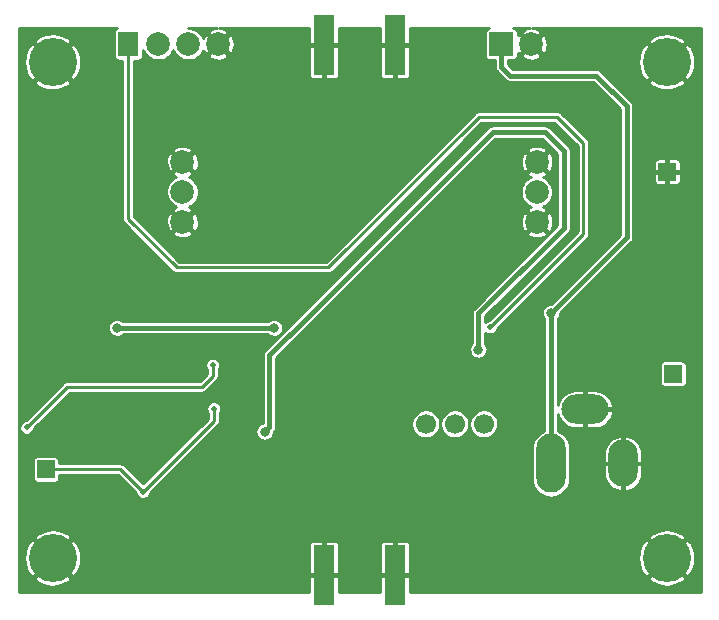
<source format=gbl>
G04 #@! TF.FileFunction,Copper,L2,Bot,Signal*
%FSLAX46Y46*%
G04 Gerber Fmt 4.6, Leading zero omitted, Abs format (unit mm)*
G04 Created by KiCad (PCBNEW 0.201510291901+6286~30~ubuntu14.04.1-product) date Mon 02 Nov 2015 07:58:44 AM PST*
%MOMM*%
G01*
G04 APERTURE LIST*
%ADD10C,0.100000*%
%ADD11C,0.500000*%
%ADD12C,4.064000*%
%ADD13R,2.000000X2.000000*%
%ADD14C,2.000000*%
%ADD15R,1.727200X2.032000*%
%ADD16R,1.501140X1.501140*%
%ADD17O,2.500000X4.000000*%
%ADD18O,2.500000X5.000000*%
%ADD19O,4.000000X2.500000*%
%ADD20C,1.700000*%
%ADD21R,1.800000X5.080000*%
%ADD22C,0.300000*%
%ADD23C,0.800000*%
%ADD24C,0.250000*%
%ADD25C,0.400000*%
G04 APERTURE END LIST*
D10*
D11*
X143000000Y-73650000D03*
X140800000Y-73650000D03*
X138750000Y-75500000D03*
X136800000Y-77450000D03*
X136500000Y-79500000D03*
X136500000Y-81450000D03*
X136500000Y-83500000D03*
X139500000Y-83500000D03*
X139500000Y-81500000D03*
X139500000Y-79500000D03*
X141150000Y-77850000D03*
X142950000Y-76300000D03*
X127450000Y-68150000D03*
X128750000Y-66800000D03*
X126200000Y-69400000D03*
X124700000Y-70900000D03*
X123100000Y-72500000D03*
X131250000Y-66800000D03*
X130200000Y-69350000D03*
X128350000Y-71200000D03*
X126750000Y-72800000D03*
X125050000Y-74500000D03*
X121000000Y-73750000D03*
X119000000Y-73750000D03*
X117000000Y-73750000D03*
X123300000Y-76250000D03*
X121000000Y-76250000D03*
X119000000Y-76250000D03*
X117000000Y-76250000D03*
X124700000Y-90250000D03*
D12*
X104000000Y-64000000D03*
X104000000Y-106000000D03*
X156000000Y-106000000D03*
X156000000Y-64000000D03*
D13*
X142000000Y-62500000D03*
D14*
X144540000Y-62500000D03*
D15*
X110410000Y-62500000D03*
D14*
X112950000Y-62500000D03*
X115490000Y-62500000D03*
X118030000Y-62500000D03*
X145000000Y-75000000D03*
X115000000Y-75000000D03*
X145000000Y-77540000D03*
X145000000Y-72460000D03*
X115000000Y-77540000D03*
X115000000Y-72460000D03*
D16*
X156550000Y-90400000D03*
X103450000Y-98500000D03*
X156050000Y-73300000D03*
D17*
X152300000Y-98000000D03*
D18*
X146200000Y-98000000D03*
D19*
X149100000Y-93400000D03*
D20*
X138050000Y-94650000D03*
X140500000Y-94650000D03*
X135600000Y-94650000D03*
D11*
X124700000Y-88750000D03*
D21*
X133000000Y-62550000D03*
D22*
X133000000Y-64590000D03*
X133000000Y-60590000D03*
X132500000Y-61590000D03*
X133500000Y-61590000D03*
X133000000Y-62590000D03*
X132500000Y-63590000D03*
X133500000Y-63590000D03*
X127000000Y-64590000D03*
X127000000Y-60590000D03*
X126500000Y-61590000D03*
X127500000Y-61590000D03*
X127000000Y-62590000D03*
X126500000Y-63590000D03*
X127500000Y-63590000D03*
D21*
X127000000Y-62550000D03*
X133000000Y-107460000D03*
D22*
X133000000Y-109500000D03*
X133000000Y-105500000D03*
X132500000Y-106500000D03*
X133500000Y-106500000D03*
X133000000Y-107500000D03*
X132500000Y-108500000D03*
X133500000Y-108500000D03*
X127000000Y-109500000D03*
X127000000Y-105500000D03*
X126500000Y-106500000D03*
X127500000Y-106500000D03*
X127000000Y-107500000D03*
X126500000Y-108500000D03*
X127500000Y-108500000D03*
D21*
X127000000Y-107460000D03*
D11*
X141050000Y-86450000D03*
D23*
X140050000Y-88350000D03*
X121950000Y-95300000D03*
X109450000Y-86500000D03*
X122750000Y-86500000D03*
X146200000Y-85250000D03*
D11*
X117550000Y-89650000D03*
X101800000Y-94950000D03*
X111650000Y-100400000D03*
X117650000Y-93350000D03*
D24*
X114500000Y-81400000D02*
X110410000Y-77310000D01*
X110410000Y-77310000D02*
X110410000Y-62500000D01*
X127350000Y-81400000D02*
X114500000Y-81400000D01*
X140100000Y-68650000D02*
X127350000Y-81400000D01*
X146700000Y-68650000D02*
X140100000Y-68650000D01*
X148950000Y-70900000D02*
X146700000Y-68650000D01*
X148950000Y-78550000D02*
X148950000Y-70900000D01*
X141050000Y-86450000D02*
X148950000Y-78550000D01*
D25*
X147300000Y-78050000D02*
X140050000Y-85300000D01*
X140050000Y-85300000D02*
X140050000Y-88350000D01*
X147300000Y-71550000D02*
X147300000Y-78050000D01*
X145700000Y-69950000D02*
X147300000Y-71550000D01*
X141250000Y-69950000D02*
X145700000Y-69950000D01*
X125800000Y-85400000D02*
X141250000Y-69950000D01*
X122349999Y-88850001D02*
X125800000Y-85400000D01*
X121950000Y-95300000D02*
X122349999Y-94900001D01*
X122349999Y-94900001D02*
X122349999Y-88850001D01*
X122750000Y-86500000D02*
X109450000Y-86500000D01*
X142750000Y-65150000D02*
X142000000Y-64400000D01*
X146200000Y-85250000D02*
X152600000Y-78850000D01*
X152600000Y-78850000D02*
X152600000Y-67750000D01*
X152600000Y-67750000D02*
X150000000Y-65150000D01*
X150000000Y-65150000D02*
X142750000Y-65150000D01*
X142000000Y-64400000D02*
X142000000Y-62500000D01*
X146200000Y-98000000D02*
X146200000Y-85250000D01*
D24*
X116650000Y-91500000D02*
X117550000Y-90600000D01*
X117550000Y-90600000D02*
X117550000Y-89650000D01*
X105250000Y-91500000D02*
X116650000Y-91500000D01*
X101800000Y-94950000D02*
X105250000Y-91500000D01*
X103450000Y-98500000D02*
X109750000Y-98500000D01*
X109750000Y-98500000D02*
X111650000Y-100400000D01*
X117650000Y-93350000D02*
X117650000Y-94400000D01*
X117650000Y-94400000D02*
X111650000Y-100400000D01*
G36*
X109385396Y-61143315D02*
X109296857Y-61201657D01*
X109228078Y-61282357D01*
X109184504Y-61379022D01*
X109169586Y-61484000D01*
X109169586Y-63516000D01*
X109174348Y-63575717D01*
X109205715Y-63677004D01*
X109264057Y-63765543D01*
X109344757Y-63834322D01*
X109441422Y-63877896D01*
X109546400Y-63892814D01*
X109910000Y-63892814D01*
X109910000Y-77310000D01*
X109914505Y-77355944D01*
X109918532Y-77401976D01*
X109919265Y-77404501D01*
X109919522Y-77407117D01*
X109932869Y-77451323D01*
X109945757Y-77495684D01*
X109946967Y-77498019D01*
X109947727Y-77500535D01*
X109969394Y-77541285D01*
X109990664Y-77582320D01*
X109992306Y-77584376D01*
X109993539Y-77586696D01*
X110022728Y-77622485D01*
X110051545Y-77658582D01*
X110055152Y-77662240D01*
X110055215Y-77662317D01*
X110055286Y-77662376D01*
X110056447Y-77663553D01*
X114146446Y-81753553D01*
X114182138Y-81782871D01*
X114217516Y-81812557D01*
X114219820Y-81813823D01*
X114221851Y-81815492D01*
X114262542Y-81837310D01*
X114303029Y-81859568D01*
X114305536Y-81860363D01*
X114307852Y-81861605D01*
X114352015Y-81875107D01*
X114396044Y-81889074D01*
X114398655Y-81889367D01*
X114401171Y-81890136D01*
X114447103Y-81894801D01*
X114493019Y-81899951D01*
X114498168Y-81899987D01*
X114498255Y-81899996D01*
X114498336Y-81899988D01*
X114500000Y-81900000D01*
X127350000Y-81900000D01*
X127395944Y-81895495D01*
X127441976Y-81891468D01*
X127444501Y-81890735D01*
X127447117Y-81890478D01*
X127491323Y-81877131D01*
X127535684Y-81864243D01*
X127538019Y-81863033D01*
X127540535Y-81862273D01*
X127581285Y-81840606D01*
X127622320Y-81819336D01*
X127624376Y-81817694D01*
X127626696Y-81816461D01*
X127662485Y-81787272D01*
X127698582Y-81758455D01*
X127702240Y-81754848D01*
X127702317Y-81754785D01*
X127702376Y-81754714D01*
X127703553Y-81753553D01*
X140307106Y-69150000D01*
X146492894Y-69150000D01*
X148450000Y-71107107D01*
X148450000Y-78342894D01*
X140962499Y-85830395D01*
X140872683Y-85847528D01*
X140759039Y-85893443D01*
X140656478Y-85960557D01*
X140625000Y-85991383D01*
X140625000Y-85538172D01*
X147706586Y-78456587D01*
X147740313Y-78415527D01*
X147774440Y-78374856D01*
X147775896Y-78372207D01*
X147777816Y-78369870D01*
X147802896Y-78323096D01*
X147828503Y-78276517D01*
X147829419Y-78273630D01*
X147830845Y-78270970D01*
X147846363Y-78220214D01*
X147862435Y-78169549D01*
X147862772Y-78166546D01*
X147863656Y-78163654D01*
X147869021Y-78110831D01*
X147874944Y-78058028D01*
X147874985Y-78052113D01*
X147874996Y-78052007D01*
X147874987Y-78051908D01*
X147875000Y-78050000D01*
X147875000Y-71550000D01*
X147869821Y-71497178D01*
X147865188Y-71444228D01*
X147864344Y-71441323D01*
X147864049Y-71438315D01*
X147848710Y-71387510D01*
X147833880Y-71336464D01*
X147832487Y-71333777D01*
X147831614Y-71330885D01*
X147806690Y-71284010D01*
X147782236Y-71236833D01*
X147780350Y-71234470D01*
X147778930Y-71231800D01*
X147745367Y-71190647D01*
X147712224Y-71149130D01*
X147708073Y-71144921D01*
X147708003Y-71144835D01*
X147707924Y-71144769D01*
X147706587Y-71143414D01*
X146106586Y-69543414D01*
X146065552Y-69509708D01*
X146024856Y-69475560D01*
X146022207Y-69474104D01*
X146019870Y-69472184D01*
X145973061Y-69447085D01*
X145926517Y-69421497D01*
X145923634Y-69420583D01*
X145920970Y-69419154D01*
X145870180Y-69403626D01*
X145819549Y-69387565D01*
X145816544Y-69387228D01*
X145813653Y-69386344D01*
X145760791Y-69380974D01*
X145708028Y-69375056D01*
X145702123Y-69375015D01*
X145702007Y-69375003D01*
X145701899Y-69375013D01*
X145700000Y-69375000D01*
X141250000Y-69375000D01*
X141197178Y-69380179D01*
X141144228Y-69384812D01*
X141141323Y-69385656D01*
X141138315Y-69385951D01*
X141087510Y-69401290D01*
X141036464Y-69416120D01*
X141033777Y-69417513D01*
X141030885Y-69418386D01*
X140984010Y-69443310D01*
X140936833Y-69467764D01*
X140934470Y-69469650D01*
X140931800Y-69471070D01*
X140890647Y-69504633D01*
X140849130Y-69537776D01*
X140844921Y-69541927D01*
X140844835Y-69541997D01*
X140844769Y-69542076D01*
X140843414Y-69543413D01*
X125393484Y-84993344D01*
X125393413Y-84993414D01*
X121943413Y-88443415D01*
X121909707Y-88484449D01*
X121875559Y-88525145D01*
X121874103Y-88527794D01*
X121872183Y-88530131D01*
X121847084Y-88576940D01*
X121821496Y-88623484D01*
X121820582Y-88626367D01*
X121819153Y-88629031D01*
X121803625Y-88679821D01*
X121787564Y-88730452D01*
X121787227Y-88733457D01*
X121786343Y-88736348D01*
X121780973Y-88789210D01*
X121775055Y-88841973D01*
X121775014Y-88847878D01*
X121775002Y-88847994D01*
X121775012Y-88848102D01*
X121774999Y-88850001D01*
X121774999Y-94544374D01*
X121730127Y-94552934D01*
X121589208Y-94609869D01*
X121462032Y-94693091D01*
X121353443Y-94799429D01*
X121267576Y-94924834D01*
X121207703Y-95064529D01*
X121176103Y-95213194D01*
X121173981Y-95365164D01*
X121201417Y-95514653D01*
X121257367Y-95655965D01*
X121339699Y-95783719D01*
X121445277Y-95893048D01*
X121570079Y-95979788D01*
X121709353Y-96040635D01*
X121857793Y-96073272D01*
X122009745Y-96076455D01*
X122159421Y-96050063D01*
X122301121Y-95995101D01*
X122429446Y-95913663D01*
X122539510Y-95808851D01*
X122627119Y-95684657D01*
X122688937Y-95545812D01*
X122722609Y-95397603D01*
X122723417Y-95339755D01*
X122756585Y-95306587D01*
X122790291Y-95265553D01*
X122824439Y-95224857D01*
X122825895Y-95222208D01*
X122827815Y-95219871D01*
X122852914Y-95173062D01*
X122878502Y-95126518D01*
X122879416Y-95123635D01*
X122880845Y-95120971D01*
X122896373Y-95070181D01*
X122912434Y-95019550D01*
X122912771Y-95016545D01*
X122913655Y-95013654D01*
X122919025Y-94960792D01*
X122924943Y-94908029D01*
X122924984Y-94902124D01*
X122924996Y-94902008D01*
X122924986Y-94901900D01*
X122924999Y-94900001D01*
X122924999Y-94753001D01*
X134373390Y-94753001D01*
X134416757Y-94989289D01*
X134505193Y-95212654D01*
X134635331Y-95414588D01*
X134802212Y-95587398D01*
X134999480Y-95724503D01*
X135219623Y-95820681D01*
X135454253Y-95872268D01*
X135694436Y-95877299D01*
X135931021Y-95835583D01*
X136154997Y-95748708D01*
X136357834Y-95619984D01*
X136531806Y-95454313D01*
X136670285Y-95258006D01*
X136767997Y-95038541D01*
X136821221Y-94804276D01*
X136821936Y-94753001D01*
X136823390Y-94753001D01*
X136866757Y-94989289D01*
X136955193Y-95212654D01*
X137085331Y-95414588D01*
X137252212Y-95587398D01*
X137449480Y-95724503D01*
X137669623Y-95820681D01*
X137904253Y-95872268D01*
X138144436Y-95877299D01*
X138381021Y-95835583D01*
X138604997Y-95748708D01*
X138807834Y-95619984D01*
X138981806Y-95454313D01*
X139120285Y-95258006D01*
X139217997Y-95038541D01*
X139271221Y-94804276D01*
X139271936Y-94753001D01*
X139273390Y-94753001D01*
X139316757Y-94989289D01*
X139405193Y-95212654D01*
X139535331Y-95414588D01*
X139702212Y-95587398D01*
X139899480Y-95724503D01*
X140119623Y-95820681D01*
X140354253Y-95872268D01*
X140594436Y-95877299D01*
X140831021Y-95835583D01*
X141054997Y-95748708D01*
X141257834Y-95619984D01*
X141431806Y-95454313D01*
X141570285Y-95258006D01*
X141667997Y-95038541D01*
X141721221Y-94804276D01*
X141725052Y-94529883D01*
X141678390Y-94294223D01*
X141586844Y-94072115D01*
X141453900Y-93872018D01*
X141284622Y-93701554D01*
X141085459Y-93567217D01*
X140863995Y-93474122D01*
X140628667Y-93425816D01*
X140388438Y-93424139D01*
X140152458Y-93469155D01*
X139929716Y-93559148D01*
X139728696Y-93690692D01*
X139557055Y-93858775D01*
X139421330Y-94056996D01*
X139326692Y-94277805D01*
X139276744Y-94512790D01*
X139273390Y-94753001D01*
X139271936Y-94753001D01*
X139275052Y-94529883D01*
X139228390Y-94294223D01*
X139136844Y-94072115D01*
X139003900Y-93872018D01*
X138834622Y-93701554D01*
X138635459Y-93567217D01*
X138413995Y-93474122D01*
X138178667Y-93425816D01*
X137938438Y-93424139D01*
X137702458Y-93469155D01*
X137479716Y-93559148D01*
X137278696Y-93690692D01*
X137107055Y-93858775D01*
X136971330Y-94056996D01*
X136876692Y-94277805D01*
X136826744Y-94512790D01*
X136823390Y-94753001D01*
X136821936Y-94753001D01*
X136825052Y-94529883D01*
X136778390Y-94294223D01*
X136686844Y-94072115D01*
X136553900Y-93872018D01*
X136384622Y-93701554D01*
X136185459Y-93567217D01*
X135963995Y-93474122D01*
X135728667Y-93425816D01*
X135488438Y-93424139D01*
X135252458Y-93469155D01*
X135029716Y-93559148D01*
X134828696Y-93690692D01*
X134657055Y-93858775D01*
X134521330Y-94056996D01*
X134426692Y-94277805D01*
X134376744Y-94512790D01*
X134373390Y-94753001D01*
X122924999Y-94753001D01*
X122924999Y-89088173D01*
X126206586Y-85806587D01*
X126206591Y-85806581D01*
X133511000Y-78502172D01*
X144143894Y-78502172D01*
X144249758Y-78700217D01*
X144490521Y-78824288D01*
X144750862Y-78899005D01*
X145020778Y-78921496D01*
X145289895Y-78890898D01*
X145547873Y-78808385D01*
X145750242Y-78700217D01*
X145856106Y-78502172D01*
X145000000Y-77646066D01*
X144143894Y-78502172D01*
X133511000Y-78502172D01*
X134452394Y-77560778D01*
X143618504Y-77560778D01*
X143649102Y-77829895D01*
X143731615Y-78087873D01*
X143839783Y-78290242D01*
X144037828Y-78396106D01*
X144893934Y-77540000D01*
X145106066Y-77540000D01*
X145962172Y-78396106D01*
X146160217Y-78290242D01*
X146284288Y-78049479D01*
X146359005Y-77789138D01*
X146381496Y-77519222D01*
X146350898Y-77250105D01*
X146268385Y-76992127D01*
X146160217Y-76789758D01*
X145962172Y-76683894D01*
X145106066Y-77540000D01*
X144893934Y-77540000D01*
X144037828Y-76683894D01*
X143839783Y-76789758D01*
X143715712Y-77030521D01*
X143640995Y-77290862D01*
X143618504Y-77560778D01*
X134452394Y-77560778D01*
X136897558Y-75115614D01*
X143623193Y-75115614D01*
X143671870Y-75380835D01*
X143771135Y-75631551D01*
X143917208Y-75858211D01*
X144104523Y-76052182D01*
X144325947Y-76206075D01*
X144465888Y-76267214D01*
X144452127Y-76271615D01*
X144249758Y-76379783D01*
X144143894Y-76577828D01*
X145000000Y-77433934D01*
X145856106Y-76577828D01*
X145750242Y-76379783D01*
X145533335Y-76268006D01*
X145622956Y-76233244D01*
X145850631Y-76088757D01*
X146045904Y-75902801D01*
X146201340Y-75682456D01*
X146311017Y-75436117D01*
X146370758Y-75173167D01*
X146375059Y-74865174D01*
X146322683Y-74600658D01*
X146219927Y-74351353D01*
X146070704Y-74126755D01*
X145880699Y-73935418D01*
X145657148Y-73784631D01*
X145533943Y-73732840D01*
X145547873Y-73728385D01*
X145750242Y-73620217D01*
X145856106Y-73422172D01*
X145000000Y-72566066D01*
X144143894Y-73422172D01*
X144249758Y-73620217D01*
X144467141Y-73732240D01*
X144359886Y-73775574D01*
X144134251Y-73923225D01*
X143941592Y-74111891D01*
X143789248Y-74334384D01*
X143683021Y-74582230D01*
X143626958Y-74845989D01*
X143623193Y-75115614D01*
X136897558Y-75115614D01*
X139532394Y-72480778D01*
X143618504Y-72480778D01*
X143649102Y-72749895D01*
X143731615Y-73007873D01*
X143839783Y-73210242D01*
X144037828Y-73316106D01*
X144893934Y-72460000D01*
X145106066Y-72460000D01*
X145962172Y-73316106D01*
X146160217Y-73210242D01*
X146284288Y-72969479D01*
X146359005Y-72709138D01*
X146381496Y-72439222D01*
X146350898Y-72170105D01*
X146268385Y-71912127D01*
X146160217Y-71709758D01*
X145962172Y-71603894D01*
X145106066Y-72460000D01*
X144893934Y-72460000D01*
X144037828Y-71603894D01*
X143839783Y-71709758D01*
X143715712Y-71950521D01*
X143640995Y-72210862D01*
X143618504Y-72480778D01*
X139532394Y-72480778D01*
X140515344Y-71497828D01*
X144143894Y-71497828D01*
X145000000Y-72353934D01*
X145856106Y-71497828D01*
X145750242Y-71299783D01*
X145509479Y-71175712D01*
X145249138Y-71100995D01*
X144979222Y-71078504D01*
X144710105Y-71109102D01*
X144452127Y-71191615D01*
X144249758Y-71299783D01*
X144143894Y-71497828D01*
X140515344Y-71497828D01*
X141488173Y-70525000D01*
X145461828Y-70525000D01*
X146725000Y-71788173D01*
X146725000Y-77811827D01*
X139643414Y-84893414D01*
X139609708Y-84934448D01*
X139575560Y-84975144D01*
X139574104Y-84977793D01*
X139572184Y-84980130D01*
X139547085Y-85026939D01*
X139521497Y-85073483D01*
X139520583Y-85076366D01*
X139519154Y-85079030D01*
X139503626Y-85129820D01*
X139487565Y-85180451D01*
X139487228Y-85183456D01*
X139486344Y-85186347D01*
X139480974Y-85239209D01*
X139475056Y-85291972D01*
X139475015Y-85297877D01*
X139475003Y-85297993D01*
X139475013Y-85298101D01*
X139475000Y-85300000D01*
X139475000Y-87828319D01*
X139453443Y-87849429D01*
X139367576Y-87974834D01*
X139307703Y-88114529D01*
X139276103Y-88263194D01*
X139273981Y-88415164D01*
X139301417Y-88564653D01*
X139357367Y-88705965D01*
X139439699Y-88833719D01*
X139545277Y-88943048D01*
X139670079Y-89029788D01*
X139809353Y-89090635D01*
X139957793Y-89123272D01*
X140109745Y-89126455D01*
X140259421Y-89100063D01*
X140401121Y-89045101D01*
X140529446Y-88963663D01*
X140639510Y-88858851D01*
X140727119Y-88734657D01*
X140788937Y-88595812D01*
X140822609Y-88447603D01*
X140825033Y-88274007D01*
X140795513Y-88124916D01*
X140737595Y-87984399D01*
X140653488Y-87857807D01*
X140625000Y-87829119D01*
X140625000Y-86909661D01*
X140642965Y-86928264D01*
X140743612Y-86998216D01*
X140855930Y-87047286D01*
X140975639Y-87073606D01*
X141098181Y-87076173D01*
X141218888Y-87054889D01*
X141333162Y-87010565D01*
X141436650Y-86944890D01*
X141525411Y-86860364D01*
X141596064Y-86760207D01*
X141645917Y-86648235D01*
X141671507Y-86535599D01*
X149303553Y-78903553D01*
X149332832Y-78867908D01*
X149362557Y-78832484D01*
X149363825Y-78830177D01*
X149365492Y-78828148D01*
X149387299Y-78787479D01*
X149409568Y-78746971D01*
X149410363Y-78744464D01*
X149411605Y-78742148D01*
X149425107Y-78697985D01*
X149439074Y-78653956D01*
X149439367Y-78651345D01*
X149440136Y-78648829D01*
X149444806Y-78602853D01*
X149449951Y-78556981D01*
X149449987Y-78551843D01*
X149449997Y-78551745D01*
X149449988Y-78551654D01*
X149450000Y-78550000D01*
X149450000Y-70900000D01*
X149445499Y-70854098D01*
X149441469Y-70808025D01*
X149440734Y-70805496D01*
X149440478Y-70802883D01*
X149427154Y-70758752D01*
X149414244Y-70714316D01*
X149413031Y-70711976D01*
X149412273Y-70709465D01*
X149390614Y-70668730D01*
X149369336Y-70627681D01*
X149367696Y-70625626D01*
X149366461Y-70623304D01*
X149337254Y-70587494D01*
X149308455Y-70551418D01*
X149304844Y-70547756D01*
X149304785Y-70547683D01*
X149304718Y-70547627D01*
X149303554Y-70546447D01*
X147053553Y-68296447D01*
X147017908Y-68267168D01*
X146982484Y-68237443D01*
X146980177Y-68236175D01*
X146978148Y-68234508D01*
X146937479Y-68212701D01*
X146896971Y-68190432D01*
X146894464Y-68189637D01*
X146892148Y-68188395D01*
X146847985Y-68174893D01*
X146803956Y-68160926D01*
X146801345Y-68160633D01*
X146798829Y-68159864D01*
X146752853Y-68155194D01*
X146706981Y-68150049D01*
X146701843Y-68150013D01*
X146701745Y-68150003D01*
X146701654Y-68150012D01*
X146700000Y-68150000D01*
X140100000Y-68150000D01*
X140054052Y-68154505D01*
X140008025Y-68158532D01*
X140005501Y-68159265D01*
X140002883Y-68159522D01*
X139958665Y-68172873D01*
X139914316Y-68185757D01*
X139911981Y-68186967D01*
X139909465Y-68187727D01*
X139868694Y-68209405D01*
X139827681Y-68230664D01*
X139825626Y-68232304D01*
X139823304Y-68233539D01*
X139787494Y-68262746D01*
X139751418Y-68291545D01*
X139747760Y-68295152D01*
X139747683Y-68295215D01*
X139747624Y-68295286D01*
X139746447Y-68296447D01*
X127142894Y-80900000D01*
X114707107Y-80900000D01*
X112309279Y-78502172D01*
X114143894Y-78502172D01*
X114249758Y-78700217D01*
X114490521Y-78824288D01*
X114750862Y-78899005D01*
X115020778Y-78921496D01*
X115289895Y-78890898D01*
X115547873Y-78808385D01*
X115750242Y-78700217D01*
X115856106Y-78502172D01*
X115000000Y-77646066D01*
X114143894Y-78502172D01*
X112309279Y-78502172D01*
X111367885Y-77560778D01*
X113618504Y-77560778D01*
X113649102Y-77829895D01*
X113731615Y-78087873D01*
X113839783Y-78290242D01*
X114037828Y-78396106D01*
X114893934Y-77540000D01*
X115106066Y-77540000D01*
X115962172Y-78396106D01*
X116160217Y-78290242D01*
X116284288Y-78049479D01*
X116359005Y-77789138D01*
X116381496Y-77519222D01*
X116350898Y-77250105D01*
X116268385Y-76992127D01*
X116160217Y-76789758D01*
X115962172Y-76683894D01*
X115106066Y-77540000D01*
X114893934Y-77540000D01*
X114037828Y-76683894D01*
X113839783Y-76789758D01*
X113715712Y-77030521D01*
X113640995Y-77290862D01*
X113618504Y-77560778D01*
X111367885Y-77560778D01*
X110910000Y-77102894D01*
X110910000Y-75115614D01*
X113623193Y-75115614D01*
X113671870Y-75380835D01*
X113771135Y-75631551D01*
X113917208Y-75858211D01*
X114104523Y-76052182D01*
X114325947Y-76206075D01*
X114465888Y-76267214D01*
X114452127Y-76271615D01*
X114249758Y-76379783D01*
X114143894Y-76577828D01*
X115000000Y-77433934D01*
X115856106Y-76577828D01*
X115750242Y-76379783D01*
X115533335Y-76268006D01*
X115622956Y-76233244D01*
X115850631Y-76088757D01*
X116045904Y-75902801D01*
X116201340Y-75682456D01*
X116311017Y-75436117D01*
X116370758Y-75173167D01*
X116375059Y-74865174D01*
X116322683Y-74600658D01*
X116219927Y-74351353D01*
X116070704Y-74126755D01*
X115880699Y-73935418D01*
X115657148Y-73784631D01*
X115533943Y-73732840D01*
X115547873Y-73728385D01*
X115750242Y-73620217D01*
X115856106Y-73422172D01*
X115000000Y-72566066D01*
X114143894Y-73422172D01*
X114249758Y-73620217D01*
X114467141Y-73732240D01*
X114359886Y-73775574D01*
X114134251Y-73923225D01*
X113941592Y-74111891D01*
X113789248Y-74334384D01*
X113683021Y-74582230D01*
X113626958Y-74845989D01*
X113623193Y-75115614D01*
X110910000Y-75115614D01*
X110910000Y-72480778D01*
X113618504Y-72480778D01*
X113649102Y-72749895D01*
X113731615Y-73007873D01*
X113839783Y-73210242D01*
X114037828Y-73316106D01*
X114893934Y-72460000D01*
X115106066Y-72460000D01*
X115962172Y-73316106D01*
X116160217Y-73210242D01*
X116284288Y-72969479D01*
X116359005Y-72709138D01*
X116381496Y-72439222D01*
X116350898Y-72170105D01*
X116268385Y-71912127D01*
X116160217Y-71709758D01*
X115962172Y-71603894D01*
X115106066Y-72460000D01*
X114893934Y-72460000D01*
X114037828Y-71603894D01*
X113839783Y-71709758D01*
X113715712Y-71950521D01*
X113640995Y-72210862D01*
X113618504Y-72480778D01*
X110910000Y-72480778D01*
X110910000Y-71497828D01*
X114143894Y-71497828D01*
X115000000Y-72353934D01*
X115856106Y-71497828D01*
X115750242Y-71299783D01*
X115509479Y-71175712D01*
X115249138Y-71100995D01*
X114979222Y-71078504D01*
X114710105Y-71109102D01*
X114452127Y-71191615D01*
X114249758Y-71299783D01*
X114143894Y-71497828D01*
X110910000Y-71497828D01*
X110910000Y-63892814D01*
X111273600Y-63892814D01*
X111333317Y-63888052D01*
X111434604Y-63856685D01*
X111523143Y-63798343D01*
X111591922Y-63717643D01*
X111635496Y-63620978D01*
X111650414Y-63516000D01*
X111650414Y-62952929D01*
X111721135Y-63131551D01*
X111867208Y-63358211D01*
X112054523Y-63552182D01*
X112275947Y-63706075D01*
X112523046Y-63814030D01*
X112786407Y-63871934D01*
X113055999Y-63877581D01*
X113321554Y-63830756D01*
X113572956Y-63733244D01*
X113800631Y-63588757D01*
X113995904Y-63402801D01*
X114151340Y-63182456D01*
X114220123Y-63027966D01*
X114261135Y-63131551D01*
X114407208Y-63358211D01*
X114594523Y-63552182D01*
X114815947Y-63706075D01*
X115063046Y-63814030D01*
X115326407Y-63871934D01*
X115595999Y-63877581D01*
X115861554Y-63830756D01*
X116112956Y-63733244D01*
X116340631Y-63588757D01*
X116473558Y-63462172D01*
X117173894Y-63462172D01*
X117279758Y-63660217D01*
X117520521Y-63784288D01*
X117780862Y-63859005D01*
X118050778Y-63881496D01*
X118319895Y-63850898D01*
X118577873Y-63768385D01*
X118780242Y-63660217D01*
X118886106Y-63462172D01*
X118030000Y-62606066D01*
X117173894Y-63462172D01*
X116473558Y-63462172D01*
X116535904Y-63402801D01*
X116691340Y-63182456D01*
X116757286Y-63034338D01*
X116761615Y-63047873D01*
X116869783Y-63250242D01*
X117067828Y-63356106D01*
X117923934Y-62500000D01*
X118136066Y-62500000D01*
X118992172Y-63356106D01*
X119190217Y-63250242D01*
X119314288Y-63009479D01*
X119389005Y-62749138D01*
X119391537Y-62718750D01*
X125725000Y-62718750D01*
X125725000Y-65126935D01*
X125739411Y-65199384D01*
X125767679Y-65267629D01*
X125808719Y-65329049D01*
X125860952Y-65381282D01*
X125922371Y-65422321D01*
X125990617Y-65450589D01*
X126063066Y-65465000D01*
X126831250Y-65465000D01*
X126925000Y-65371250D01*
X126925000Y-62625000D01*
X127075000Y-62625000D01*
X127075000Y-65371250D01*
X127168750Y-65465000D01*
X127936934Y-65465000D01*
X128009383Y-65450589D01*
X128077629Y-65422321D01*
X128139048Y-65381282D01*
X128191281Y-65329049D01*
X128232321Y-65267629D01*
X128260589Y-65199384D01*
X128275000Y-65126935D01*
X128275000Y-62718750D01*
X131725000Y-62718750D01*
X131725000Y-65126935D01*
X131739411Y-65199384D01*
X131767679Y-65267629D01*
X131808719Y-65329049D01*
X131860952Y-65381282D01*
X131922371Y-65422321D01*
X131990617Y-65450589D01*
X132063066Y-65465000D01*
X132831250Y-65465000D01*
X132925000Y-65371250D01*
X132925000Y-62625000D01*
X133075000Y-62625000D01*
X133075000Y-65371250D01*
X133168750Y-65465000D01*
X133936934Y-65465000D01*
X134009383Y-65450589D01*
X134077629Y-65422321D01*
X134139048Y-65381282D01*
X134191281Y-65329049D01*
X134232321Y-65267629D01*
X134260589Y-65199384D01*
X134275000Y-65126935D01*
X134275000Y-62718750D01*
X134181250Y-62625000D01*
X133075000Y-62625000D01*
X132925000Y-62625000D01*
X131818750Y-62625000D01*
X131725000Y-62718750D01*
X128275000Y-62718750D01*
X128181250Y-62625000D01*
X127075000Y-62625000D01*
X126925000Y-62625000D01*
X125818750Y-62625000D01*
X125725000Y-62718750D01*
X119391537Y-62718750D01*
X119411496Y-62479222D01*
X119380898Y-62210105D01*
X119298385Y-61952127D01*
X119190217Y-61749758D01*
X118992172Y-61643894D01*
X118136066Y-62500000D01*
X117923934Y-62500000D01*
X117067828Y-61643894D01*
X116869783Y-61749758D01*
X116757700Y-61967258D01*
X116709927Y-61851353D01*
X116560704Y-61626755D01*
X116370699Y-61435418D01*
X116147148Y-61284631D01*
X115898566Y-61180137D01*
X115634422Y-61125916D01*
X115503251Y-61125000D01*
X117952088Y-61125000D01*
X117740105Y-61149102D01*
X117482127Y-61231615D01*
X117279758Y-61339783D01*
X117173894Y-61537828D01*
X118030000Y-62393934D01*
X118886106Y-61537828D01*
X118780242Y-61339783D01*
X118539479Y-61215712D01*
X118279138Y-61140995D01*
X118087181Y-61125000D01*
X125725000Y-61125000D01*
X125725000Y-62381250D01*
X125818750Y-62475000D01*
X126925000Y-62475000D01*
X126925000Y-62455000D01*
X127075000Y-62455000D01*
X127075000Y-62475000D01*
X128181250Y-62475000D01*
X128275000Y-62381250D01*
X128275000Y-61125000D01*
X131725000Y-61125000D01*
X131725000Y-62381250D01*
X131818750Y-62475000D01*
X132925000Y-62475000D01*
X132925000Y-62455000D01*
X133075000Y-62455000D01*
X133075000Y-62475000D01*
X134181250Y-62475000D01*
X134275000Y-62381250D01*
X134275000Y-61125000D01*
X140977252Y-61125000D01*
X140940283Y-61127948D01*
X140838996Y-61159315D01*
X140750457Y-61217657D01*
X140681678Y-61298357D01*
X140638104Y-61395022D01*
X140623186Y-61500000D01*
X140623186Y-63500000D01*
X140627948Y-63559717D01*
X140659315Y-63661004D01*
X140717657Y-63749543D01*
X140798357Y-63818322D01*
X140895022Y-63861896D01*
X141000000Y-63876814D01*
X141425000Y-63876814D01*
X141425000Y-64400000D01*
X141430184Y-64452867D01*
X141434812Y-64505772D01*
X141435656Y-64508677D01*
X141435951Y-64511685D01*
X141451290Y-64562490D01*
X141466120Y-64613536D01*
X141467513Y-64616223D01*
X141468386Y-64619115D01*
X141493299Y-64665969D01*
X141517764Y-64713168D01*
X141519652Y-64715533D01*
X141521070Y-64718200D01*
X141554640Y-64759361D01*
X141587777Y-64800870D01*
X141591922Y-64805073D01*
X141591997Y-64805165D01*
X141592082Y-64805235D01*
X141593414Y-64806586D01*
X142343413Y-65556586D01*
X142384473Y-65590313D01*
X142425144Y-65624440D01*
X142427793Y-65625896D01*
X142430130Y-65627816D01*
X142476904Y-65652896D01*
X142523483Y-65678503D01*
X142526370Y-65679419D01*
X142529030Y-65680845D01*
X142579774Y-65696359D01*
X142630451Y-65712435D01*
X142633456Y-65712772D01*
X142636347Y-65713656D01*
X142689164Y-65719021D01*
X142741972Y-65724944D01*
X142747887Y-65724985D01*
X142747993Y-65724996D01*
X142748092Y-65724987D01*
X142750000Y-65725000D01*
X149761828Y-65725000D01*
X152025000Y-67988173D01*
X152025000Y-78611827D01*
X146162144Y-84474683D01*
X146129420Y-84474455D01*
X145980127Y-84502934D01*
X145839208Y-84559869D01*
X145712032Y-84643091D01*
X145603443Y-84749429D01*
X145517576Y-84874834D01*
X145457703Y-85014529D01*
X145426103Y-85163194D01*
X145423981Y-85315164D01*
X145451417Y-85464653D01*
X145507367Y-85605965D01*
X145589699Y-85733719D01*
X145625000Y-85770274D01*
X145625000Y-95219486D01*
X145591264Y-95229415D01*
X145310210Y-95376347D01*
X145063047Y-95575071D01*
X144859191Y-95818018D01*
X144706405Y-96095933D01*
X144610510Y-96398233D01*
X144575158Y-96713400D01*
X144575000Y-96736089D01*
X144575000Y-99263911D01*
X144605948Y-99579542D01*
X144697613Y-99883150D01*
X144846503Y-100163172D01*
X145046948Y-100408942D01*
X145291312Y-100611097D01*
X145570287Y-100761939D01*
X145873248Y-100855721D01*
X146188655Y-100888871D01*
X146504495Y-100860128D01*
X146808736Y-100770585D01*
X147089790Y-100623653D01*
X147336953Y-100424929D01*
X147540809Y-100181982D01*
X147693595Y-99904067D01*
X147789490Y-99601767D01*
X147824842Y-99286600D01*
X147825000Y-99263911D01*
X147825000Y-98075000D01*
X150675000Y-98075000D01*
X150675000Y-98825000D01*
X150720856Y-99140581D01*
X150827397Y-99441152D01*
X150990530Y-99715162D01*
X151203985Y-99952082D01*
X151459559Y-100142806D01*
X151747431Y-100280006D01*
X151971988Y-100341550D01*
X152225000Y-100279412D01*
X152225000Y-98075000D01*
X152375000Y-98075000D01*
X152375000Y-100279412D01*
X152628012Y-100341550D01*
X152852569Y-100280006D01*
X153140441Y-100142806D01*
X153396015Y-99952082D01*
X153609470Y-99715162D01*
X153772603Y-99441152D01*
X153879144Y-99140581D01*
X153925000Y-98825000D01*
X153925000Y-98075000D01*
X152375000Y-98075000D01*
X152225000Y-98075000D01*
X150675000Y-98075000D01*
X147825000Y-98075000D01*
X147825000Y-97175000D01*
X150675000Y-97175000D01*
X150675000Y-97925000D01*
X152225000Y-97925000D01*
X152225000Y-95720588D01*
X152375000Y-95720588D01*
X152375000Y-97925000D01*
X153925000Y-97925000D01*
X153925000Y-97175000D01*
X153879144Y-96859419D01*
X153772603Y-96558848D01*
X153609470Y-96284838D01*
X153396015Y-96047918D01*
X153140441Y-95857194D01*
X152852569Y-95719994D01*
X152628012Y-95658450D01*
X152375000Y-95720588D01*
X152225000Y-95720588D01*
X151971988Y-95658450D01*
X151747431Y-95719994D01*
X151459559Y-95857194D01*
X151203985Y-96047918D01*
X150990530Y-96284838D01*
X150827397Y-96558848D01*
X150720856Y-96859419D01*
X150675000Y-97175000D01*
X147825000Y-97175000D01*
X147825000Y-96736089D01*
X147794052Y-96420458D01*
X147702387Y-96116850D01*
X147553497Y-95836828D01*
X147353052Y-95591058D01*
X147108688Y-95388903D01*
X146829713Y-95238061D01*
X146775000Y-95221125D01*
X146775000Y-93788398D01*
X146819994Y-93952569D01*
X146957194Y-94240441D01*
X147147918Y-94496015D01*
X147384838Y-94709470D01*
X147658848Y-94872603D01*
X147959419Y-94979144D01*
X148275000Y-95025000D01*
X149025000Y-95025000D01*
X149025000Y-93475000D01*
X149175000Y-93475000D01*
X149175000Y-95025000D01*
X149925000Y-95025000D01*
X150240581Y-94979144D01*
X150541152Y-94872603D01*
X150815162Y-94709470D01*
X151052082Y-94496015D01*
X151242806Y-94240441D01*
X151380006Y-93952569D01*
X151441550Y-93728012D01*
X151379412Y-93475000D01*
X149175000Y-93475000D01*
X149025000Y-93475000D01*
X149005000Y-93475000D01*
X149005000Y-93325000D01*
X149025000Y-93325000D01*
X149025000Y-91775000D01*
X149175000Y-91775000D01*
X149175000Y-93325000D01*
X151379412Y-93325000D01*
X151441550Y-93071988D01*
X151380006Y-92847431D01*
X151242806Y-92559559D01*
X151052082Y-92303985D01*
X150815162Y-92090530D01*
X150541152Y-91927397D01*
X150240581Y-91820856D01*
X149925000Y-91775000D01*
X149175000Y-91775000D01*
X149025000Y-91775000D01*
X148275000Y-91775000D01*
X147959419Y-91820856D01*
X147658848Y-91927397D01*
X147384838Y-92090530D01*
X147147918Y-92303985D01*
X146957194Y-92559559D01*
X146819994Y-92847431D01*
X146775000Y-93011602D01*
X146775000Y-89649430D01*
X155422616Y-89649430D01*
X155422616Y-91150570D01*
X155427378Y-91210287D01*
X155458745Y-91311574D01*
X155517087Y-91400113D01*
X155597787Y-91468892D01*
X155694452Y-91512466D01*
X155799430Y-91527384D01*
X157300570Y-91527384D01*
X157360287Y-91522622D01*
X157461574Y-91491255D01*
X157550113Y-91432913D01*
X157618892Y-91352213D01*
X157662466Y-91255548D01*
X157677384Y-91150570D01*
X157677384Y-89649430D01*
X157672622Y-89589713D01*
X157641255Y-89488426D01*
X157582913Y-89399887D01*
X157502213Y-89331108D01*
X157405548Y-89287534D01*
X157300570Y-89272616D01*
X155799430Y-89272616D01*
X155739713Y-89277378D01*
X155638426Y-89308745D01*
X155549887Y-89367087D01*
X155481108Y-89447787D01*
X155437534Y-89544452D01*
X155422616Y-89649430D01*
X146775000Y-89649430D01*
X146775000Y-85772669D01*
X146789510Y-85758851D01*
X146877119Y-85634657D01*
X146938937Y-85495812D01*
X146972609Y-85347603D01*
X146973417Y-85289755D01*
X153006587Y-79256586D01*
X153040317Y-79215522D01*
X153074440Y-79174856D01*
X153075896Y-79172207D01*
X153077816Y-79169870D01*
X153102915Y-79123061D01*
X153128503Y-79076517D01*
X153129417Y-79073634D01*
X153130846Y-79070970D01*
X153146374Y-79020180D01*
X153162435Y-78969549D01*
X153162772Y-78966544D01*
X153163656Y-78963653D01*
X153169026Y-78910791D01*
X153174944Y-78858028D01*
X153174985Y-78852123D01*
X153174997Y-78852007D01*
X153174987Y-78851899D01*
X153175000Y-78850000D01*
X153175000Y-73468750D01*
X154924430Y-73468750D01*
X154924430Y-74087505D01*
X154938841Y-74159954D01*
X154967109Y-74228199D01*
X155008149Y-74289619D01*
X155060382Y-74341852D01*
X155121801Y-74382891D01*
X155190047Y-74411159D01*
X155262496Y-74425570D01*
X155881250Y-74425570D01*
X155975000Y-74331820D01*
X155975000Y-73375000D01*
X156125000Y-73375000D01*
X156125000Y-74331820D01*
X156218750Y-74425570D01*
X156837504Y-74425570D01*
X156909953Y-74411159D01*
X156978199Y-74382891D01*
X157039618Y-74341852D01*
X157091851Y-74289619D01*
X157132891Y-74228199D01*
X157161159Y-74159954D01*
X157175570Y-74087505D01*
X157175570Y-73468750D01*
X157081820Y-73375000D01*
X156125000Y-73375000D01*
X155975000Y-73375000D01*
X155018180Y-73375000D01*
X154924430Y-73468750D01*
X153175000Y-73468750D01*
X153175000Y-72512495D01*
X154924430Y-72512495D01*
X154924430Y-73131250D01*
X155018180Y-73225000D01*
X155975000Y-73225000D01*
X155975000Y-72268180D01*
X156125000Y-72268180D01*
X156125000Y-73225000D01*
X157081820Y-73225000D01*
X157175570Y-73131250D01*
X157175570Y-72512495D01*
X157161159Y-72440046D01*
X157132891Y-72371801D01*
X157091851Y-72310381D01*
X157039618Y-72258148D01*
X156978199Y-72217109D01*
X156909953Y-72188841D01*
X156837504Y-72174430D01*
X156218750Y-72174430D01*
X156125000Y-72268180D01*
X155975000Y-72268180D01*
X155881250Y-72174430D01*
X155262496Y-72174430D01*
X155190047Y-72188841D01*
X155121801Y-72217109D01*
X155060382Y-72258148D01*
X155008149Y-72310381D01*
X154967109Y-72371801D01*
X154938841Y-72440046D01*
X154924430Y-72512495D01*
X153175000Y-72512495D01*
X153175000Y-67750000D01*
X153169811Y-67697083D01*
X153165187Y-67644228D01*
X153164344Y-67641328D01*
X153164049Y-67638315D01*
X153148701Y-67587481D01*
X153133880Y-67536463D01*
X153132486Y-67533775D01*
X153131614Y-67530885D01*
X153106690Y-67484010D01*
X153082235Y-67436832D01*
X153080350Y-67434471D01*
X153078930Y-67431800D01*
X153045337Y-67390611D01*
X153012223Y-67349130D01*
X153008074Y-67344922D01*
X153008003Y-67344835D01*
X153007922Y-67344768D01*
X153006586Y-67343413D01*
X151359300Y-65696127D01*
X154409939Y-65696127D01*
X154639715Y-65999868D01*
X155056007Y-66226820D01*
X155508577Y-66368196D01*
X155980032Y-66418563D01*
X156452253Y-66375987D01*
X156907096Y-66242103D01*
X157327079Y-66022056D01*
X157360285Y-65999868D01*
X157590061Y-65696127D01*
X156000000Y-64106066D01*
X154409939Y-65696127D01*
X151359300Y-65696127D01*
X150406586Y-64743414D01*
X150365552Y-64709708D01*
X150324856Y-64675560D01*
X150322207Y-64674104D01*
X150319870Y-64672184D01*
X150273061Y-64647085D01*
X150226517Y-64621497D01*
X150223634Y-64620583D01*
X150220970Y-64619154D01*
X150170180Y-64603626D01*
X150119549Y-64587565D01*
X150116544Y-64587228D01*
X150113653Y-64586344D01*
X150060791Y-64580974D01*
X150008028Y-64575056D01*
X150002123Y-64575015D01*
X150002007Y-64575003D01*
X150001899Y-64575013D01*
X150000000Y-64575000D01*
X142988173Y-64575000D01*
X142575000Y-64161828D01*
X142575000Y-63980032D01*
X153581437Y-63980032D01*
X153624013Y-64452253D01*
X153757897Y-64907096D01*
X153977944Y-65327079D01*
X154000132Y-65360285D01*
X154303873Y-65590061D01*
X155893934Y-64000000D01*
X156106066Y-64000000D01*
X157696127Y-65590061D01*
X157999868Y-65360285D01*
X158226820Y-64943993D01*
X158368196Y-64491423D01*
X158418563Y-64019968D01*
X158375987Y-63547747D01*
X158242103Y-63092904D01*
X158022056Y-62672921D01*
X157999868Y-62639715D01*
X157696127Y-62409939D01*
X156106066Y-64000000D01*
X155893934Y-64000000D01*
X154303873Y-62409939D01*
X154000132Y-62639715D01*
X153773180Y-63056007D01*
X153631804Y-63508577D01*
X153581437Y-63980032D01*
X142575000Y-63980032D01*
X142575000Y-63876814D01*
X143000000Y-63876814D01*
X143059717Y-63872052D01*
X143161004Y-63840685D01*
X143249543Y-63782343D01*
X143318322Y-63701643D01*
X143361896Y-63604978D01*
X143376814Y-63500000D01*
X143376814Y-63462172D01*
X143683894Y-63462172D01*
X143789758Y-63660217D01*
X144030521Y-63784288D01*
X144290862Y-63859005D01*
X144560778Y-63881496D01*
X144829895Y-63850898D01*
X145087873Y-63768385D01*
X145290242Y-63660217D01*
X145396106Y-63462172D01*
X144540000Y-62606066D01*
X143683894Y-63462172D01*
X143376814Y-63462172D01*
X143376814Y-63244687D01*
X143379783Y-63250242D01*
X143577828Y-63356106D01*
X144433934Y-62500000D01*
X144646066Y-62500000D01*
X145502172Y-63356106D01*
X145700217Y-63250242D01*
X145824288Y-63009479D01*
X145899005Y-62749138D01*
X145921496Y-62479222D01*
X145901560Y-62303873D01*
X154409939Y-62303873D01*
X156000000Y-63893934D01*
X157590061Y-62303873D01*
X157360285Y-62000132D01*
X156943993Y-61773180D01*
X156491423Y-61631804D01*
X156019968Y-61581437D01*
X155547747Y-61624013D01*
X155092904Y-61757897D01*
X154672921Y-61977944D01*
X154639715Y-62000132D01*
X154409939Y-62303873D01*
X145901560Y-62303873D01*
X145890898Y-62210105D01*
X145808385Y-61952127D01*
X145700217Y-61749758D01*
X145502172Y-61643894D01*
X144646066Y-62500000D01*
X144433934Y-62500000D01*
X143577828Y-61643894D01*
X143379783Y-61749758D01*
X143376814Y-61755519D01*
X143376814Y-61500000D01*
X143372052Y-61440283D01*
X143340685Y-61338996D01*
X143282343Y-61250457D01*
X143201643Y-61181678D01*
X143104978Y-61138104D01*
X143012765Y-61125000D01*
X144462088Y-61125000D01*
X144250105Y-61149102D01*
X143992127Y-61231615D01*
X143789758Y-61339783D01*
X143683894Y-61537828D01*
X144540000Y-62393934D01*
X145396106Y-61537828D01*
X145290242Y-61339783D01*
X145049479Y-61215712D01*
X144789138Y-61140995D01*
X144597181Y-61125000D01*
X158875000Y-61125000D01*
X158875000Y-108875000D01*
X134275000Y-108875000D01*
X134275000Y-107696127D01*
X154409939Y-107696127D01*
X154639715Y-107999868D01*
X155056007Y-108226820D01*
X155508577Y-108368196D01*
X155980032Y-108418563D01*
X156452253Y-108375987D01*
X156907096Y-108242103D01*
X157327079Y-108022056D01*
X157360285Y-107999868D01*
X157590061Y-107696127D01*
X156000000Y-106106066D01*
X154409939Y-107696127D01*
X134275000Y-107696127D01*
X134275000Y-107628750D01*
X134181250Y-107535000D01*
X133075000Y-107535000D01*
X133075000Y-107555000D01*
X132925000Y-107555000D01*
X132925000Y-107535000D01*
X131818750Y-107535000D01*
X131725000Y-107628750D01*
X131725000Y-108875000D01*
X128275000Y-108875000D01*
X128275000Y-107628750D01*
X128181250Y-107535000D01*
X127075000Y-107535000D01*
X127075000Y-107555000D01*
X126925000Y-107555000D01*
X126925000Y-107535000D01*
X125818750Y-107535000D01*
X125725000Y-107628750D01*
X125725000Y-108875000D01*
X101125000Y-108875000D01*
X101125000Y-107696127D01*
X102409939Y-107696127D01*
X102639715Y-107999868D01*
X103056007Y-108226820D01*
X103508577Y-108368196D01*
X103980032Y-108418563D01*
X104452253Y-108375987D01*
X104907096Y-108242103D01*
X105327079Y-108022056D01*
X105360285Y-107999868D01*
X105590061Y-107696127D01*
X104000000Y-106106066D01*
X102409939Y-107696127D01*
X101125000Y-107696127D01*
X101125000Y-105980032D01*
X101581437Y-105980032D01*
X101624013Y-106452253D01*
X101757897Y-106907096D01*
X101977944Y-107327079D01*
X102000132Y-107360285D01*
X102303873Y-107590061D01*
X103893934Y-106000000D01*
X104106066Y-106000000D01*
X105696127Y-107590061D01*
X105999868Y-107360285D01*
X106226820Y-106943993D01*
X106368196Y-106491423D01*
X106418563Y-106019968D01*
X106375987Y-105547747D01*
X106242103Y-105092904D01*
X106132160Y-104883065D01*
X125725000Y-104883065D01*
X125725000Y-107291250D01*
X125818750Y-107385000D01*
X126925000Y-107385000D01*
X126925000Y-104638750D01*
X127075000Y-104638750D01*
X127075000Y-107385000D01*
X128181250Y-107385000D01*
X128275000Y-107291250D01*
X128275000Y-104883065D01*
X131725000Y-104883065D01*
X131725000Y-107291250D01*
X131818750Y-107385000D01*
X132925000Y-107385000D01*
X132925000Y-104638750D01*
X133075000Y-104638750D01*
X133075000Y-107385000D01*
X134181250Y-107385000D01*
X134275000Y-107291250D01*
X134275000Y-105980032D01*
X153581437Y-105980032D01*
X153624013Y-106452253D01*
X153757897Y-106907096D01*
X153977944Y-107327079D01*
X154000132Y-107360285D01*
X154303873Y-107590061D01*
X155893934Y-106000000D01*
X156106066Y-106000000D01*
X157696127Y-107590061D01*
X157999868Y-107360285D01*
X158226820Y-106943993D01*
X158368196Y-106491423D01*
X158418563Y-106019968D01*
X158375987Y-105547747D01*
X158242103Y-105092904D01*
X158022056Y-104672921D01*
X157999868Y-104639715D01*
X157696127Y-104409939D01*
X156106066Y-106000000D01*
X155893934Y-106000000D01*
X154303873Y-104409939D01*
X154000132Y-104639715D01*
X153773180Y-105056007D01*
X153631804Y-105508577D01*
X153581437Y-105980032D01*
X134275000Y-105980032D01*
X134275000Y-104883065D01*
X134260589Y-104810616D01*
X134232321Y-104742371D01*
X134191281Y-104680951D01*
X134139048Y-104628718D01*
X134077629Y-104587679D01*
X134009383Y-104559411D01*
X133936934Y-104545000D01*
X133168750Y-104545000D01*
X133075000Y-104638750D01*
X132925000Y-104638750D01*
X132831250Y-104545000D01*
X132063066Y-104545000D01*
X131990617Y-104559411D01*
X131922371Y-104587679D01*
X131860952Y-104628718D01*
X131808719Y-104680951D01*
X131767679Y-104742371D01*
X131739411Y-104810616D01*
X131725000Y-104883065D01*
X128275000Y-104883065D01*
X128260589Y-104810616D01*
X128232321Y-104742371D01*
X128191281Y-104680951D01*
X128139048Y-104628718D01*
X128077629Y-104587679D01*
X128009383Y-104559411D01*
X127936934Y-104545000D01*
X127168750Y-104545000D01*
X127075000Y-104638750D01*
X126925000Y-104638750D01*
X126831250Y-104545000D01*
X126063066Y-104545000D01*
X125990617Y-104559411D01*
X125922371Y-104587679D01*
X125860952Y-104628718D01*
X125808719Y-104680951D01*
X125767679Y-104742371D01*
X125739411Y-104810616D01*
X125725000Y-104883065D01*
X106132160Y-104883065D01*
X106022056Y-104672921D01*
X105999868Y-104639715D01*
X105696127Y-104409939D01*
X104106066Y-106000000D01*
X103893934Y-106000000D01*
X102303873Y-104409939D01*
X102000132Y-104639715D01*
X101773180Y-105056007D01*
X101631804Y-105508577D01*
X101581437Y-105980032D01*
X101125000Y-105980032D01*
X101125000Y-104303873D01*
X102409939Y-104303873D01*
X104000000Y-105893934D01*
X105590061Y-104303873D01*
X154409939Y-104303873D01*
X156000000Y-105893934D01*
X157590061Y-104303873D01*
X157360285Y-104000132D01*
X156943993Y-103773180D01*
X156491423Y-103631804D01*
X156019968Y-103581437D01*
X155547747Y-103624013D01*
X155092904Y-103757897D01*
X154672921Y-103977944D01*
X154639715Y-104000132D01*
X154409939Y-104303873D01*
X105590061Y-104303873D01*
X105360285Y-104000132D01*
X104943993Y-103773180D01*
X104491423Y-103631804D01*
X104019968Y-103581437D01*
X103547747Y-103624013D01*
X103092904Y-103757897D01*
X102672921Y-103977944D01*
X102639715Y-104000132D01*
X102409939Y-104303873D01*
X101125000Y-104303873D01*
X101125000Y-97749430D01*
X102322616Y-97749430D01*
X102322616Y-99250570D01*
X102327378Y-99310287D01*
X102358745Y-99411574D01*
X102417087Y-99500113D01*
X102497787Y-99568892D01*
X102594452Y-99612466D01*
X102699430Y-99627384D01*
X104200570Y-99627384D01*
X104260287Y-99622622D01*
X104361574Y-99591255D01*
X104450113Y-99532913D01*
X104518892Y-99452213D01*
X104562466Y-99355548D01*
X104577384Y-99250570D01*
X104577384Y-99000000D01*
X109542894Y-99000000D01*
X111030638Y-100487745D01*
X111046305Y-100573107D01*
X111091425Y-100687068D01*
X111157822Y-100790096D01*
X111242965Y-100878264D01*
X111343612Y-100948216D01*
X111455930Y-100997286D01*
X111575639Y-101023606D01*
X111698181Y-101026173D01*
X111818888Y-101004889D01*
X111933162Y-100960565D01*
X112036650Y-100894890D01*
X112125411Y-100810364D01*
X112196064Y-100710207D01*
X112245917Y-100598235D01*
X112271507Y-100485599D01*
X118003553Y-94753554D01*
X118032853Y-94717884D01*
X118062557Y-94682484D01*
X118063825Y-94680177D01*
X118065492Y-94678148D01*
X118087299Y-94637479D01*
X118109568Y-94596971D01*
X118110363Y-94594464D01*
X118111605Y-94592148D01*
X118125107Y-94547985D01*
X118139074Y-94503956D01*
X118139367Y-94501345D01*
X118140136Y-94498829D01*
X118144801Y-94452897D01*
X118149951Y-94406981D01*
X118149987Y-94401832D01*
X118149996Y-94401745D01*
X118149988Y-94401664D01*
X118150000Y-94400000D01*
X118150000Y-93725507D01*
X118196064Y-93660207D01*
X118245917Y-93548235D01*
X118273072Y-93428712D01*
X118275027Y-93288716D01*
X118251220Y-93168481D01*
X118204512Y-93055161D01*
X118136684Y-92953070D01*
X118050318Y-92866099D01*
X117948703Y-92797560D01*
X117835712Y-92750062D01*
X117715646Y-92725416D01*
X117593081Y-92724561D01*
X117472683Y-92747528D01*
X117359039Y-92793443D01*
X117256478Y-92860557D01*
X117168906Y-92946314D01*
X117099658Y-93047447D01*
X117051373Y-93160104D01*
X117025890Y-93279995D01*
X117024179Y-93402552D01*
X117046305Y-93523107D01*
X117091425Y-93637068D01*
X117150000Y-93727959D01*
X117150000Y-94192893D01*
X111650000Y-99692894D01*
X110103553Y-98146447D01*
X110067908Y-98117168D01*
X110032484Y-98087443D01*
X110030177Y-98086175D01*
X110028148Y-98084508D01*
X109987479Y-98062701D01*
X109946971Y-98040432D01*
X109944464Y-98039637D01*
X109942148Y-98038395D01*
X109897985Y-98024893D01*
X109853956Y-98010926D01*
X109851345Y-98010633D01*
X109848829Y-98009864D01*
X109802853Y-98005194D01*
X109756981Y-98000049D01*
X109751843Y-98000013D01*
X109751745Y-98000003D01*
X109751654Y-98000012D01*
X109750000Y-98000000D01*
X104577384Y-98000000D01*
X104577384Y-97749430D01*
X104572622Y-97689713D01*
X104541255Y-97588426D01*
X104482913Y-97499887D01*
X104402213Y-97431108D01*
X104305548Y-97387534D01*
X104200570Y-97372616D01*
X102699430Y-97372616D01*
X102639713Y-97377378D01*
X102538426Y-97408745D01*
X102449887Y-97467087D01*
X102381108Y-97547787D01*
X102337534Y-97644452D01*
X102322616Y-97749430D01*
X101125000Y-97749430D01*
X101125000Y-95002552D01*
X101174179Y-95002552D01*
X101196305Y-95123107D01*
X101241425Y-95237068D01*
X101307822Y-95340096D01*
X101392965Y-95428264D01*
X101493612Y-95498216D01*
X101605930Y-95547286D01*
X101725639Y-95573606D01*
X101848181Y-95576173D01*
X101968888Y-95554889D01*
X102083162Y-95510565D01*
X102186650Y-95444890D01*
X102275411Y-95360364D01*
X102346064Y-95260207D01*
X102395917Y-95148235D01*
X102421507Y-95035599D01*
X105457107Y-92000000D01*
X116650000Y-92000000D01*
X116695944Y-91995495D01*
X116741976Y-91991468D01*
X116744501Y-91990735D01*
X116747117Y-91990478D01*
X116791323Y-91977131D01*
X116835684Y-91964243D01*
X116838019Y-91963033D01*
X116840535Y-91962273D01*
X116881285Y-91940606D01*
X116922320Y-91919336D01*
X116924376Y-91917694D01*
X116926696Y-91916461D01*
X116962485Y-91887272D01*
X116998582Y-91858455D01*
X117002240Y-91854848D01*
X117002317Y-91854785D01*
X117002376Y-91854714D01*
X117003553Y-91853553D01*
X117903553Y-90953554D01*
X117932853Y-90917884D01*
X117962557Y-90882484D01*
X117963825Y-90880177D01*
X117965492Y-90878148D01*
X117987299Y-90837479D01*
X118009568Y-90796971D01*
X118010363Y-90794464D01*
X118011605Y-90792148D01*
X118025107Y-90747985D01*
X118039074Y-90703956D01*
X118039367Y-90701345D01*
X118040136Y-90698829D01*
X118044801Y-90652897D01*
X118049951Y-90606981D01*
X118049987Y-90601832D01*
X118049996Y-90601745D01*
X118049988Y-90601664D01*
X118050000Y-90600000D01*
X118050000Y-90025507D01*
X118096064Y-89960207D01*
X118145917Y-89848235D01*
X118173072Y-89728712D01*
X118175027Y-89588716D01*
X118151220Y-89468481D01*
X118104512Y-89355161D01*
X118036684Y-89253070D01*
X117950318Y-89166099D01*
X117848703Y-89097560D01*
X117735712Y-89050062D01*
X117615646Y-89025416D01*
X117493081Y-89024561D01*
X117372683Y-89047528D01*
X117259039Y-89093443D01*
X117156478Y-89160557D01*
X117068906Y-89246314D01*
X116999658Y-89347447D01*
X116951373Y-89460104D01*
X116925890Y-89579995D01*
X116924179Y-89702552D01*
X116946305Y-89823107D01*
X116991425Y-89937068D01*
X117050000Y-90027959D01*
X117050000Y-90392893D01*
X116442894Y-91000000D01*
X105250000Y-91000000D01*
X105204048Y-91004505D01*
X105158025Y-91008532D01*
X105155501Y-91009265D01*
X105152883Y-91009522D01*
X105108665Y-91022873D01*
X105064316Y-91035757D01*
X105061981Y-91036967D01*
X105059465Y-91037727D01*
X105018694Y-91059405D01*
X104977681Y-91080664D01*
X104975626Y-91082304D01*
X104973304Y-91083539D01*
X104937494Y-91112746D01*
X104901418Y-91141545D01*
X104897756Y-91145156D01*
X104897683Y-91145215D01*
X104897627Y-91145282D01*
X104896447Y-91146446D01*
X101712499Y-94330395D01*
X101622683Y-94347528D01*
X101509039Y-94393443D01*
X101406478Y-94460557D01*
X101318906Y-94546314D01*
X101249658Y-94647447D01*
X101201373Y-94760104D01*
X101175890Y-94879995D01*
X101174179Y-95002552D01*
X101125000Y-95002552D01*
X101125000Y-86565164D01*
X108673981Y-86565164D01*
X108701417Y-86714653D01*
X108757367Y-86855965D01*
X108839699Y-86983719D01*
X108945277Y-87093048D01*
X109070079Y-87179788D01*
X109209353Y-87240635D01*
X109357793Y-87273272D01*
X109509745Y-87276455D01*
X109659421Y-87250063D01*
X109801121Y-87195101D01*
X109929446Y-87113663D01*
X109970046Y-87075000D01*
X122227848Y-87075000D01*
X122245277Y-87093048D01*
X122370079Y-87179788D01*
X122509353Y-87240635D01*
X122657793Y-87273272D01*
X122809745Y-87276455D01*
X122959421Y-87250063D01*
X123101121Y-87195101D01*
X123229446Y-87113663D01*
X123339510Y-87008851D01*
X123427119Y-86884657D01*
X123488937Y-86745812D01*
X123522609Y-86597603D01*
X123525033Y-86424007D01*
X123495513Y-86274916D01*
X123437595Y-86134399D01*
X123353488Y-86007807D01*
X123246394Y-85899963D01*
X123120392Y-85814974D01*
X122980283Y-85756077D01*
X122831402Y-85725516D01*
X122679420Y-85724455D01*
X122530127Y-85752934D01*
X122389208Y-85809869D01*
X122262032Y-85893091D01*
X122229448Y-85925000D01*
X109971257Y-85925000D01*
X109946394Y-85899963D01*
X109820392Y-85814974D01*
X109680283Y-85756077D01*
X109531402Y-85725516D01*
X109379420Y-85724455D01*
X109230127Y-85752934D01*
X109089208Y-85809869D01*
X108962032Y-85893091D01*
X108853443Y-85999429D01*
X108767576Y-86124834D01*
X108707703Y-86264529D01*
X108676103Y-86413194D01*
X108673981Y-86565164D01*
X101125000Y-86565164D01*
X101125000Y-65696127D01*
X102409939Y-65696127D01*
X102639715Y-65999868D01*
X103056007Y-66226820D01*
X103508577Y-66368196D01*
X103980032Y-66418563D01*
X104452253Y-66375987D01*
X104907096Y-66242103D01*
X105327079Y-66022056D01*
X105360285Y-65999868D01*
X105590061Y-65696127D01*
X104000000Y-64106066D01*
X102409939Y-65696127D01*
X101125000Y-65696127D01*
X101125000Y-63980032D01*
X101581437Y-63980032D01*
X101624013Y-64452253D01*
X101757897Y-64907096D01*
X101977944Y-65327079D01*
X102000132Y-65360285D01*
X102303873Y-65590061D01*
X103893934Y-64000000D01*
X104106066Y-64000000D01*
X105696127Y-65590061D01*
X105999868Y-65360285D01*
X106226820Y-64943993D01*
X106368196Y-64491423D01*
X106418563Y-64019968D01*
X106375987Y-63547747D01*
X106242103Y-63092904D01*
X106022056Y-62672921D01*
X105999868Y-62639715D01*
X105696127Y-62409939D01*
X104106066Y-64000000D01*
X103893934Y-64000000D01*
X102303873Y-62409939D01*
X102000132Y-62639715D01*
X101773180Y-63056007D01*
X101631804Y-63508577D01*
X101581437Y-63980032D01*
X101125000Y-63980032D01*
X101125000Y-62303873D01*
X102409939Y-62303873D01*
X104000000Y-63893934D01*
X105590061Y-62303873D01*
X105360285Y-62000132D01*
X104943993Y-61773180D01*
X104491423Y-61631804D01*
X104019968Y-61581437D01*
X103547747Y-61624013D01*
X103092904Y-61757897D01*
X102672921Y-61977944D01*
X102639715Y-62000132D01*
X102409939Y-62303873D01*
X101125000Y-62303873D01*
X101125000Y-61125000D01*
X109444537Y-61125000D01*
X109385396Y-61143315D01*
X109385396Y-61143315D01*
G37*
X109385396Y-61143315D02*
X109296857Y-61201657D01*
X109228078Y-61282357D01*
X109184504Y-61379022D01*
X109169586Y-61484000D01*
X109169586Y-63516000D01*
X109174348Y-63575717D01*
X109205715Y-63677004D01*
X109264057Y-63765543D01*
X109344757Y-63834322D01*
X109441422Y-63877896D01*
X109546400Y-63892814D01*
X109910000Y-63892814D01*
X109910000Y-77310000D01*
X109914505Y-77355944D01*
X109918532Y-77401976D01*
X109919265Y-77404501D01*
X109919522Y-77407117D01*
X109932869Y-77451323D01*
X109945757Y-77495684D01*
X109946967Y-77498019D01*
X109947727Y-77500535D01*
X109969394Y-77541285D01*
X109990664Y-77582320D01*
X109992306Y-77584376D01*
X109993539Y-77586696D01*
X110022728Y-77622485D01*
X110051545Y-77658582D01*
X110055152Y-77662240D01*
X110055215Y-77662317D01*
X110055286Y-77662376D01*
X110056447Y-77663553D01*
X114146446Y-81753553D01*
X114182138Y-81782871D01*
X114217516Y-81812557D01*
X114219820Y-81813823D01*
X114221851Y-81815492D01*
X114262542Y-81837310D01*
X114303029Y-81859568D01*
X114305536Y-81860363D01*
X114307852Y-81861605D01*
X114352015Y-81875107D01*
X114396044Y-81889074D01*
X114398655Y-81889367D01*
X114401171Y-81890136D01*
X114447103Y-81894801D01*
X114493019Y-81899951D01*
X114498168Y-81899987D01*
X114498255Y-81899996D01*
X114498336Y-81899988D01*
X114500000Y-81900000D01*
X127350000Y-81900000D01*
X127395944Y-81895495D01*
X127441976Y-81891468D01*
X127444501Y-81890735D01*
X127447117Y-81890478D01*
X127491323Y-81877131D01*
X127535684Y-81864243D01*
X127538019Y-81863033D01*
X127540535Y-81862273D01*
X127581285Y-81840606D01*
X127622320Y-81819336D01*
X127624376Y-81817694D01*
X127626696Y-81816461D01*
X127662485Y-81787272D01*
X127698582Y-81758455D01*
X127702240Y-81754848D01*
X127702317Y-81754785D01*
X127702376Y-81754714D01*
X127703553Y-81753553D01*
X140307106Y-69150000D01*
X146492894Y-69150000D01*
X148450000Y-71107107D01*
X148450000Y-78342894D01*
X140962499Y-85830395D01*
X140872683Y-85847528D01*
X140759039Y-85893443D01*
X140656478Y-85960557D01*
X140625000Y-85991383D01*
X140625000Y-85538172D01*
X147706586Y-78456587D01*
X147740313Y-78415527D01*
X147774440Y-78374856D01*
X147775896Y-78372207D01*
X147777816Y-78369870D01*
X147802896Y-78323096D01*
X147828503Y-78276517D01*
X147829419Y-78273630D01*
X147830845Y-78270970D01*
X147846363Y-78220214D01*
X147862435Y-78169549D01*
X147862772Y-78166546D01*
X147863656Y-78163654D01*
X147869021Y-78110831D01*
X147874944Y-78058028D01*
X147874985Y-78052113D01*
X147874996Y-78052007D01*
X147874987Y-78051908D01*
X147875000Y-78050000D01*
X147875000Y-71550000D01*
X147869821Y-71497178D01*
X147865188Y-71444228D01*
X147864344Y-71441323D01*
X147864049Y-71438315D01*
X147848710Y-71387510D01*
X147833880Y-71336464D01*
X147832487Y-71333777D01*
X147831614Y-71330885D01*
X147806690Y-71284010D01*
X147782236Y-71236833D01*
X147780350Y-71234470D01*
X147778930Y-71231800D01*
X147745367Y-71190647D01*
X147712224Y-71149130D01*
X147708073Y-71144921D01*
X147708003Y-71144835D01*
X147707924Y-71144769D01*
X147706587Y-71143414D01*
X146106586Y-69543414D01*
X146065552Y-69509708D01*
X146024856Y-69475560D01*
X146022207Y-69474104D01*
X146019870Y-69472184D01*
X145973061Y-69447085D01*
X145926517Y-69421497D01*
X145923634Y-69420583D01*
X145920970Y-69419154D01*
X145870180Y-69403626D01*
X145819549Y-69387565D01*
X145816544Y-69387228D01*
X145813653Y-69386344D01*
X145760791Y-69380974D01*
X145708028Y-69375056D01*
X145702123Y-69375015D01*
X145702007Y-69375003D01*
X145701899Y-69375013D01*
X145700000Y-69375000D01*
X141250000Y-69375000D01*
X141197178Y-69380179D01*
X141144228Y-69384812D01*
X141141323Y-69385656D01*
X141138315Y-69385951D01*
X141087510Y-69401290D01*
X141036464Y-69416120D01*
X141033777Y-69417513D01*
X141030885Y-69418386D01*
X140984010Y-69443310D01*
X140936833Y-69467764D01*
X140934470Y-69469650D01*
X140931800Y-69471070D01*
X140890647Y-69504633D01*
X140849130Y-69537776D01*
X140844921Y-69541927D01*
X140844835Y-69541997D01*
X140844769Y-69542076D01*
X140843414Y-69543413D01*
X125393484Y-84993344D01*
X125393413Y-84993414D01*
X121943413Y-88443415D01*
X121909707Y-88484449D01*
X121875559Y-88525145D01*
X121874103Y-88527794D01*
X121872183Y-88530131D01*
X121847084Y-88576940D01*
X121821496Y-88623484D01*
X121820582Y-88626367D01*
X121819153Y-88629031D01*
X121803625Y-88679821D01*
X121787564Y-88730452D01*
X121787227Y-88733457D01*
X121786343Y-88736348D01*
X121780973Y-88789210D01*
X121775055Y-88841973D01*
X121775014Y-88847878D01*
X121775002Y-88847994D01*
X121775012Y-88848102D01*
X121774999Y-88850001D01*
X121774999Y-94544374D01*
X121730127Y-94552934D01*
X121589208Y-94609869D01*
X121462032Y-94693091D01*
X121353443Y-94799429D01*
X121267576Y-94924834D01*
X121207703Y-95064529D01*
X121176103Y-95213194D01*
X121173981Y-95365164D01*
X121201417Y-95514653D01*
X121257367Y-95655965D01*
X121339699Y-95783719D01*
X121445277Y-95893048D01*
X121570079Y-95979788D01*
X121709353Y-96040635D01*
X121857793Y-96073272D01*
X122009745Y-96076455D01*
X122159421Y-96050063D01*
X122301121Y-95995101D01*
X122429446Y-95913663D01*
X122539510Y-95808851D01*
X122627119Y-95684657D01*
X122688937Y-95545812D01*
X122722609Y-95397603D01*
X122723417Y-95339755D01*
X122756585Y-95306587D01*
X122790291Y-95265553D01*
X122824439Y-95224857D01*
X122825895Y-95222208D01*
X122827815Y-95219871D01*
X122852914Y-95173062D01*
X122878502Y-95126518D01*
X122879416Y-95123635D01*
X122880845Y-95120971D01*
X122896373Y-95070181D01*
X122912434Y-95019550D01*
X122912771Y-95016545D01*
X122913655Y-95013654D01*
X122919025Y-94960792D01*
X122924943Y-94908029D01*
X122924984Y-94902124D01*
X122924996Y-94902008D01*
X122924986Y-94901900D01*
X122924999Y-94900001D01*
X122924999Y-94753001D01*
X134373390Y-94753001D01*
X134416757Y-94989289D01*
X134505193Y-95212654D01*
X134635331Y-95414588D01*
X134802212Y-95587398D01*
X134999480Y-95724503D01*
X135219623Y-95820681D01*
X135454253Y-95872268D01*
X135694436Y-95877299D01*
X135931021Y-95835583D01*
X136154997Y-95748708D01*
X136357834Y-95619984D01*
X136531806Y-95454313D01*
X136670285Y-95258006D01*
X136767997Y-95038541D01*
X136821221Y-94804276D01*
X136821936Y-94753001D01*
X136823390Y-94753001D01*
X136866757Y-94989289D01*
X136955193Y-95212654D01*
X137085331Y-95414588D01*
X137252212Y-95587398D01*
X137449480Y-95724503D01*
X137669623Y-95820681D01*
X137904253Y-95872268D01*
X138144436Y-95877299D01*
X138381021Y-95835583D01*
X138604997Y-95748708D01*
X138807834Y-95619984D01*
X138981806Y-95454313D01*
X139120285Y-95258006D01*
X139217997Y-95038541D01*
X139271221Y-94804276D01*
X139271936Y-94753001D01*
X139273390Y-94753001D01*
X139316757Y-94989289D01*
X139405193Y-95212654D01*
X139535331Y-95414588D01*
X139702212Y-95587398D01*
X139899480Y-95724503D01*
X140119623Y-95820681D01*
X140354253Y-95872268D01*
X140594436Y-95877299D01*
X140831021Y-95835583D01*
X141054997Y-95748708D01*
X141257834Y-95619984D01*
X141431806Y-95454313D01*
X141570285Y-95258006D01*
X141667997Y-95038541D01*
X141721221Y-94804276D01*
X141725052Y-94529883D01*
X141678390Y-94294223D01*
X141586844Y-94072115D01*
X141453900Y-93872018D01*
X141284622Y-93701554D01*
X141085459Y-93567217D01*
X140863995Y-93474122D01*
X140628667Y-93425816D01*
X140388438Y-93424139D01*
X140152458Y-93469155D01*
X139929716Y-93559148D01*
X139728696Y-93690692D01*
X139557055Y-93858775D01*
X139421330Y-94056996D01*
X139326692Y-94277805D01*
X139276744Y-94512790D01*
X139273390Y-94753001D01*
X139271936Y-94753001D01*
X139275052Y-94529883D01*
X139228390Y-94294223D01*
X139136844Y-94072115D01*
X139003900Y-93872018D01*
X138834622Y-93701554D01*
X138635459Y-93567217D01*
X138413995Y-93474122D01*
X138178667Y-93425816D01*
X137938438Y-93424139D01*
X137702458Y-93469155D01*
X137479716Y-93559148D01*
X137278696Y-93690692D01*
X137107055Y-93858775D01*
X136971330Y-94056996D01*
X136876692Y-94277805D01*
X136826744Y-94512790D01*
X136823390Y-94753001D01*
X136821936Y-94753001D01*
X136825052Y-94529883D01*
X136778390Y-94294223D01*
X136686844Y-94072115D01*
X136553900Y-93872018D01*
X136384622Y-93701554D01*
X136185459Y-93567217D01*
X135963995Y-93474122D01*
X135728667Y-93425816D01*
X135488438Y-93424139D01*
X135252458Y-93469155D01*
X135029716Y-93559148D01*
X134828696Y-93690692D01*
X134657055Y-93858775D01*
X134521330Y-94056996D01*
X134426692Y-94277805D01*
X134376744Y-94512790D01*
X134373390Y-94753001D01*
X122924999Y-94753001D01*
X122924999Y-89088173D01*
X126206586Y-85806587D01*
X126206591Y-85806581D01*
X133511000Y-78502172D01*
X144143894Y-78502172D01*
X144249758Y-78700217D01*
X144490521Y-78824288D01*
X144750862Y-78899005D01*
X145020778Y-78921496D01*
X145289895Y-78890898D01*
X145547873Y-78808385D01*
X145750242Y-78700217D01*
X145856106Y-78502172D01*
X145000000Y-77646066D01*
X144143894Y-78502172D01*
X133511000Y-78502172D01*
X134452394Y-77560778D01*
X143618504Y-77560778D01*
X143649102Y-77829895D01*
X143731615Y-78087873D01*
X143839783Y-78290242D01*
X144037828Y-78396106D01*
X144893934Y-77540000D01*
X145106066Y-77540000D01*
X145962172Y-78396106D01*
X146160217Y-78290242D01*
X146284288Y-78049479D01*
X146359005Y-77789138D01*
X146381496Y-77519222D01*
X146350898Y-77250105D01*
X146268385Y-76992127D01*
X146160217Y-76789758D01*
X145962172Y-76683894D01*
X145106066Y-77540000D01*
X144893934Y-77540000D01*
X144037828Y-76683894D01*
X143839783Y-76789758D01*
X143715712Y-77030521D01*
X143640995Y-77290862D01*
X143618504Y-77560778D01*
X134452394Y-77560778D01*
X136897558Y-75115614D01*
X143623193Y-75115614D01*
X143671870Y-75380835D01*
X143771135Y-75631551D01*
X143917208Y-75858211D01*
X144104523Y-76052182D01*
X144325947Y-76206075D01*
X144465888Y-76267214D01*
X144452127Y-76271615D01*
X144249758Y-76379783D01*
X144143894Y-76577828D01*
X145000000Y-77433934D01*
X145856106Y-76577828D01*
X145750242Y-76379783D01*
X145533335Y-76268006D01*
X145622956Y-76233244D01*
X145850631Y-76088757D01*
X146045904Y-75902801D01*
X146201340Y-75682456D01*
X146311017Y-75436117D01*
X146370758Y-75173167D01*
X146375059Y-74865174D01*
X146322683Y-74600658D01*
X146219927Y-74351353D01*
X146070704Y-74126755D01*
X145880699Y-73935418D01*
X145657148Y-73784631D01*
X145533943Y-73732840D01*
X145547873Y-73728385D01*
X145750242Y-73620217D01*
X145856106Y-73422172D01*
X145000000Y-72566066D01*
X144143894Y-73422172D01*
X144249758Y-73620217D01*
X144467141Y-73732240D01*
X144359886Y-73775574D01*
X144134251Y-73923225D01*
X143941592Y-74111891D01*
X143789248Y-74334384D01*
X143683021Y-74582230D01*
X143626958Y-74845989D01*
X143623193Y-75115614D01*
X136897558Y-75115614D01*
X139532394Y-72480778D01*
X143618504Y-72480778D01*
X143649102Y-72749895D01*
X143731615Y-73007873D01*
X143839783Y-73210242D01*
X144037828Y-73316106D01*
X144893934Y-72460000D01*
X145106066Y-72460000D01*
X145962172Y-73316106D01*
X146160217Y-73210242D01*
X146284288Y-72969479D01*
X146359005Y-72709138D01*
X146381496Y-72439222D01*
X146350898Y-72170105D01*
X146268385Y-71912127D01*
X146160217Y-71709758D01*
X145962172Y-71603894D01*
X145106066Y-72460000D01*
X144893934Y-72460000D01*
X144037828Y-71603894D01*
X143839783Y-71709758D01*
X143715712Y-71950521D01*
X143640995Y-72210862D01*
X143618504Y-72480778D01*
X139532394Y-72480778D01*
X140515344Y-71497828D01*
X144143894Y-71497828D01*
X145000000Y-72353934D01*
X145856106Y-71497828D01*
X145750242Y-71299783D01*
X145509479Y-71175712D01*
X145249138Y-71100995D01*
X144979222Y-71078504D01*
X144710105Y-71109102D01*
X144452127Y-71191615D01*
X144249758Y-71299783D01*
X144143894Y-71497828D01*
X140515344Y-71497828D01*
X141488173Y-70525000D01*
X145461828Y-70525000D01*
X146725000Y-71788173D01*
X146725000Y-77811827D01*
X139643414Y-84893414D01*
X139609708Y-84934448D01*
X139575560Y-84975144D01*
X139574104Y-84977793D01*
X139572184Y-84980130D01*
X139547085Y-85026939D01*
X139521497Y-85073483D01*
X139520583Y-85076366D01*
X139519154Y-85079030D01*
X139503626Y-85129820D01*
X139487565Y-85180451D01*
X139487228Y-85183456D01*
X139486344Y-85186347D01*
X139480974Y-85239209D01*
X139475056Y-85291972D01*
X139475015Y-85297877D01*
X139475003Y-85297993D01*
X139475013Y-85298101D01*
X139475000Y-85300000D01*
X139475000Y-87828319D01*
X139453443Y-87849429D01*
X139367576Y-87974834D01*
X139307703Y-88114529D01*
X139276103Y-88263194D01*
X139273981Y-88415164D01*
X139301417Y-88564653D01*
X139357367Y-88705965D01*
X139439699Y-88833719D01*
X139545277Y-88943048D01*
X139670079Y-89029788D01*
X139809353Y-89090635D01*
X139957793Y-89123272D01*
X140109745Y-89126455D01*
X140259421Y-89100063D01*
X140401121Y-89045101D01*
X140529446Y-88963663D01*
X140639510Y-88858851D01*
X140727119Y-88734657D01*
X140788937Y-88595812D01*
X140822609Y-88447603D01*
X140825033Y-88274007D01*
X140795513Y-88124916D01*
X140737595Y-87984399D01*
X140653488Y-87857807D01*
X140625000Y-87829119D01*
X140625000Y-86909661D01*
X140642965Y-86928264D01*
X140743612Y-86998216D01*
X140855930Y-87047286D01*
X140975639Y-87073606D01*
X141098181Y-87076173D01*
X141218888Y-87054889D01*
X141333162Y-87010565D01*
X141436650Y-86944890D01*
X141525411Y-86860364D01*
X141596064Y-86760207D01*
X141645917Y-86648235D01*
X141671507Y-86535599D01*
X149303553Y-78903553D01*
X149332832Y-78867908D01*
X149362557Y-78832484D01*
X149363825Y-78830177D01*
X149365492Y-78828148D01*
X149387299Y-78787479D01*
X149409568Y-78746971D01*
X149410363Y-78744464D01*
X149411605Y-78742148D01*
X149425107Y-78697985D01*
X149439074Y-78653956D01*
X149439367Y-78651345D01*
X149440136Y-78648829D01*
X149444806Y-78602853D01*
X149449951Y-78556981D01*
X149449987Y-78551843D01*
X149449997Y-78551745D01*
X149449988Y-78551654D01*
X149450000Y-78550000D01*
X149450000Y-70900000D01*
X149445499Y-70854098D01*
X149441469Y-70808025D01*
X149440734Y-70805496D01*
X149440478Y-70802883D01*
X149427154Y-70758752D01*
X149414244Y-70714316D01*
X149413031Y-70711976D01*
X149412273Y-70709465D01*
X149390614Y-70668730D01*
X149369336Y-70627681D01*
X149367696Y-70625626D01*
X149366461Y-70623304D01*
X149337254Y-70587494D01*
X149308455Y-70551418D01*
X149304844Y-70547756D01*
X149304785Y-70547683D01*
X149304718Y-70547627D01*
X149303554Y-70546447D01*
X147053553Y-68296447D01*
X147017908Y-68267168D01*
X146982484Y-68237443D01*
X146980177Y-68236175D01*
X146978148Y-68234508D01*
X146937479Y-68212701D01*
X146896971Y-68190432D01*
X146894464Y-68189637D01*
X146892148Y-68188395D01*
X146847985Y-68174893D01*
X146803956Y-68160926D01*
X146801345Y-68160633D01*
X146798829Y-68159864D01*
X146752853Y-68155194D01*
X146706981Y-68150049D01*
X146701843Y-68150013D01*
X146701745Y-68150003D01*
X146701654Y-68150012D01*
X146700000Y-68150000D01*
X140100000Y-68150000D01*
X140054052Y-68154505D01*
X140008025Y-68158532D01*
X140005501Y-68159265D01*
X140002883Y-68159522D01*
X139958665Y-68172873D01*
X139914316Y-68185757D01*
X139911981Y-68186967D01*
X139909465Y-68187727D01*
X139868694Y-68209405D01*
X139827681Y-68230664D01*
X139825626Y-68232304D01*
X139823304Y-68233539D01*
X139787494Y-68262746D01*
X139751418Y-68291545D01*
X139747760Y-68295152D01*
X139747683Y-68295215D01*
X139747624Y-68295286D01*
X139746447Y-68296447D01*
X127142894Y-80900000D01*
X114707107Y-80900000D01*
X112309279Y-78502172D01*
X114143894Y-78502172D01*
X114249758Y-78700217D01*
X114490521Y-78824288D01*
X114750862Y-78899005D01*
X115020778Y-78921496D01*
X115289895Y-78890898D01*
X115547873Y-78808385D01*
X115750242Y-78700217D01*
X115856106Y-78502172D01*
X115000000Y-77646066D01*
X114143894Y-78502172D01*
X112309279Y-78502172D01*
X111367885Y-77560778D01*
X113618504Y-77560778D01*
X113649102Y-77829895D01*
X113731615Y-78087873D01*
X113839783Y-78290242D01*
X114037828Y-78396106D01*
X114893934Y-77540000D01*
X115106066Y-77540000D01*
X115962172Y-78396106D01*
X116160217Y-78290242D01*
X116284288Y-78049479D01*
X116359005Y-77789138D01*
X116381496Y-77519222D01*
X116350898Y-77250105D01*
X116268385Y-76992127D01*
X116160217Y-76789758D01*
X115962172Y-76683894D01*
X115106066Y-77540000D01*
X114893934Y-77540000D01*
X114037828Y-76683894D01*
X113839783Y-76789758D01*
X113715712Y-77030521D01*
X113640995Y-77290862D01*
X113618504Y-77560778D01*
X111367885Y-77560778D01*
X110910000Y-77102894D01*
X110910000Y-75115614D01*
X113623193Y-75115614D01*
X113671870Y-75380835D01*
X113771135Y-75631551D01*
X113917208Y-75858211D01*
X114104523Y-76052182D01*
X114325947Y-76206075D01*
X114465888Y-76267214D01*
X114452127Y-76271615D01*
X114249758Y-76379783D01*
X114143894Y-76577828D01*
X115000000Y-77433934D01*
X115856106Y-76577828D01*
X115750242Y-76379783D01*
X115533335Y-76268006D01*
X115622956Y-76233244D01*
X115850631Y-76088757D01*
X116045904Y-75902801D01*
X116201340Y-75682456D01*
X116311017Y-75436117D01*
X116370758Y-75173167D01*
X116375059Y-74865174D01*
X116322683Y-74600658D01*
X116219927Y-74351353D01*
X116070704Y-74126755D01*
X115880699Y-73935418D01*
X115657148Y-73784631D01*
X115533943Y-73732840D01*
X115547873Y-73728385D01*
X115750242Y-73620217D01*
X115856106Y-73422172D01*
X115000000Y-72566066D01*
X114143894Y-73422172D01*
X114249758Y-73620217D01*
X114467141Y-73732240D01*
X114359886Y-73775574D01*
X114134251Y-73923225D01*
X113941592Y-74111891D01*
X113789248Y-74334384D01*
X113683021Y-74582230D01*
X113626958Y-74845989D01*
X113623193Y-75115614D01*
X110910000Y-75115614D01*
X110910000Y-72480778D01*
X113618504Y-72480778D01*
X113649102Y-72749895D01*
X113731615Y-73007873D01*
X113839783Y-73210242D01*
X114037828Y-73316106D01*
X114893934Y-72460000D01*
X115106066Y-72460000D01*
X115962172Y-73316106D01*
X116160217Y-73210242D01*
X116284288Y-72969479D01*
X116359005Y-72709138D01*
X116381496Y-72439222D01*
X116350898Y-72170105D01*
X116268385Y-71912127D01*
X116160217Y-71709758D01*
X115962172Y-71603894D01*
X115106066Y-72460000D01*
X114893934Y-72460000D01*
X114037828Y-71603894D01*
X113839783Y-71709758D01*
X113715712Y-71950521D01*
X113640995Y-72210862D01*
X113618504Y-72480778D01*
X110910000Y-72480778D01*
X110910000Y-71497828D01*
X114143894Y-71497828D01*
X115000000Y-72353934D01*
X115856106Y-71497828D01*
X115750242Y-71299783D01*
X115509479Y-71175712D01*
X115249138Y-71100995D01*
X114979222Y-71078504D01*
X114710105Y-71109102D01*
X114452127Y-71191615D01*
X114249758Y-71299783D01*
X114143894Y-71497828D01*
X110910000Y-71497828D01*
X110910000Y-63892814D01*
X111273600Y-63892814D01*
X111333317Y-63888052D01*
X111434604Y-63856685D01*
X111523143Y-63798343D01*
X111591922Y-63717643D01*
X111635496Y-63620978D01*
X111650414Y-63516000D01*
X111650414Y-62952929D01*
X111721135Y-63131551D01*
X111867208Y-63358211D01*
X112054523Y-63552182D01*
X112275947Y-63706075D01*
X112523046Y-63814030D01*
X112786407Y-63871934D01*
X113055999Y-63877581D01*
X113321554Y-63830756D01*
X113572956Y-63733244D01*
X113800631Y-63588757D01*
X113995904Y-63402801D01*
X114151340Y-63182456D01*
X114220123Y-63027966D01*
X114261135Y-63131551D01*
X114407208Y-63358211D01*
X114594523Y-63552182D01*
X114815947Y-63706075D01*
X115063046Y-63814030D01*
X115326407Y-63871934D01*
X115595999Y-63877581D01*
X115861554Y-63830756D01*
X116112956Y-63733244D01*
X116340631Y-63588757D01*
X116473558Y-63462172D01*
X117173894Y-63462172D01*
X117279758Y-63660217D01*
X117520521Y-63784288D01*
X117780862Y-63859005D01*
X118050778Y-63881496D01*
X118319895Y-63850898D01*
X118577873Y-63768385D01*
X118780242Y-63660217D01*
X118886106Y-63462172D01*
X118030000Y-62606066D01*
X117173894Y-63462172D01*
X116473558Y-63462172D01*
X116535904Y-63402801D01*
X116691340Y-63182456D01*
X116757286Y-63034338D01*
X116761615Y-63047873D01*
X116869783Y-63250242D01*
X117067828Y-63356106D01*
X117923934Y-62500000D01*
X118136066Y-62500000D01*
X118992172Y-63356106D01*
X119190217Y-63250242D01*
X119314288Y-63009479D01*
X119389005Y-62749138D01*
X119391537Y-62718750D01*
X125725000Y-62718750D01*
X125725000Y-65126935D01*
X125739411Y-65199384D01*
X125767679Y-65267629D01*
X125808719Y-65329049D01*
X125860952Y-65381282D01*
X125922371Y-65422321D01*
X125990617Y-65450589D01*
X126063066Y-65465000D01*
X126831250Y-65465000D01*
X126925000Y-65371250D01*
X126925000Y-62625000D01*
X127075000Y-62625000D01*
X127075000Y-65371250D01*
X127168750Y-65465000D01*
X127936934Y-65465000D01*
X128009383Y-65450589D01*
X128077629Y-65422321D01*
X128139048Y-65381282D01*
X128191281Y-65329049D01*
X128232321Y-65267629D01*
X128260589Y-65199384D01*
X128275000Y-65126935D01*
X128275000Y-62718750D01*
X131725000Y-62718750D01*
X131725000Y-65126935D01*
X131739411Y-65199384D01*
X131767679Y-65267629D01*
X131808719Y-65329049D01*
X131860952Y-65381282D01*
X131922371Y-65422321D01*
X131990617Y-65450589D01*
X132063066Y-65465000D01*
X132831250Y-65465000D01*
X132925000Y-65371250D01*
X132925000Y-62625000D01*
X133075000Y-62625000D01*
X133075000Y-65371250D01*
X133168750Y-65465000D01*
X133936934Y-65465000D01*
X134009383Y-65450589D01*
X134077629Y-65422321D01*
X134139048Y-65381282D01*
X134191281Y-65329049D01*
X134232321Y-65267629D01*
X134260589Y-65199384D01*
X134275000Y-65126935D01*
X134275000Y-62718750D01*
X134181250Y-62625000D01*
X133075000Y-62625000D01*
X132925000Y-62625000D01*
X131818750Y-62625000D01*
X131725000Y-62718750D01*
X128275000Y-62718750D01*
X128181250Y-62625000D01*
X127075000Y-62625000D01*
X126925000Y-62625000D01*
X125818750Y-62625000D01*
X125725000Y-62718750D01*
X119391537Y-62718750D01*
X119411496Y-62479222D01*
X119380898Y-62210105D01*
X119298385Y-61952127D01*
X119190217Y-61749758D01*
X118992172Y-61643894D01*
X118136066Y-62500000D01*
X117923934Y-62500000D01*
X117067828Y-61643894D01*
X116869783Y-61749758D01*
X116757700Y-61967258D01*
X116709927Y-61851353D01*
X116560704Y-61626755D01*
X116370699Y-61435418D01*
X116147148Y-61284631D01*
X115898566Y-61180137D01*
X115634422Y-61125916D01*
X115503251Y-61125000D01*
X117952088Y-61125000D01*
X117740105Y-61149102D01*
X117482127Y-61231615D01*
X117279758Y-61339783D01*
X117173894Y-61537828D01*
X118030000Y-62393934D01*
X118886106Y-61537828D01*
X118780242Y-61339783D01*
X118539479Y-61215712D01*
X118279138Y-61140995D01*
X118087181Y-61125000D01*
X125725000Y-61125000D01*
X125725000Y-62381250D01*
X125818750Y-62475000D01*
X126925000Y-62475000D01*
X126925000Y-62455000D01*
X127075000Y-62455000D01*
X127075000Y-62475000D01*
X128181250Y-62475000D01*
X128275000Y-62381250D01*
X128275000Y-61125000D01*
X131725000Y-61125000D01*
X131725000Y-62381250D01*
X131818750Y-62475000D01*
X132925000Y-62475000D01*
X132925000Y-62455000D01*
X133075000Y-62455000D01*
X133075000Y-62475000D01*
X134181250Y-62475000D01*
X134275000Y-62381250D01*
X134275000Y-61125000D01*
X140977252Y-61125000D01*
X140940283Y-61127948D01*
X140838996Y-61159315D01*
X140750457Y-61217657D01*
X140681678Y-61298357D01*
X140638104Y-61395022D01*
X140623186Y-61500000D01*
X140623186Y-63500000D01*
X140627948Y-63559717D01*
X140659315Y-63661004D01*
X140717657Y-63749543D01*
X140798357Y-63818322D01*
X140895022Y-63861896D01*
X141000000Y-63876814D01*
X141425000Y-63876814D01*
X141425000Y-64400000D01*
X141430184Y-64452867D01*
X141434812Y-64505772D01*
X141435656Y-64508677D01*
X141435951Y-64511685D01*
X141451290Y-64562490D01*
X141466120Y-64613536D01*
X141467513Y-64616223D01*
X141468386Y-64619115D01*
X141493299Y-64665969D01*
X141517764Y-64713168D01*
X141519652Y-64715533D01*
X141521070Y-64718200D01*
X141554640Y-64759361D01*
X141587777Y-64800870D01*
X141591922Y-64805073D01*
X141591997Y-64805165D01*
X141592082Y-64805235D01*
X141593414Y-64806586D01*
X142343413Y-65556586D01*
X142384473Y-65590313D01*
X142425144Y-65624440D01*
X142427793Y-65625896D01*
X142430130Y-65627816D01*
X142476904Y-65652896D01*
X142523483Y-65678503D01*
X142526370Y-65679419D01*
X142529030Y-65680845D01*
X142579774Y-65696359D01*
X142630451Y-65712435D01*
X142633456Y-65712772D01*
X142636347Y-65713656D01*
X142689164Y-65719021D01*
X142741972Y-65724944D01*
X142747887Y-65724985D01*
X142747993Y-65724996D01*
X142748092Y-65724987D01*
X142750000Y-65725000D01*
X149761828Y-65725000D01*
X152025000Y-67988173D01*
X152025000Y-78611827D01*
X146162144Y-84474683D01*
X146129420Y-84474455D01*
X145980127Y-84502934D01*
X145839208Y-84559869D01*
X145712032Y-84643091D01*
X145603443Y-84749429D01*
X145517576Y-84874834D01*
X145457703Y-85014529D01*
X145426103Y-85163194D01*
X145423981Y-85315164D01*
X145451417Y-85464653D01*
X145507367Y-85605965D01*
X145589699Y-85733719D01*
X145625000Y-85770274D01*
X145625000Y-95219486D01*
X145591264Y-95229415D01*
X145310210Y-95376347D01*
X145063047Y-95575071D01*
X144859191Y-95818018D01*
X144706405Y-96095933D01*
X144610510Y-96398233D01*
X144575158Y-96713400D01*
X144575000Y-96736089D01*
X144575000Y-99263911D01*
X144605948Y-99579542D01*
X144697613Y-99883150D01*
X144846503Y-100163172D01*
X145046948Y-100408942D01*
X145291312Y-100611097D01*
X145570287Y-100761939D01*
X145873248Y-100855721D01*
X146188655Y-100888871D01*
X146504495Y-100860128D01*
X146808736Y-100770585D01*
X147089790Y-100623653D01*
X147336953Y-100424929D01*
X147540809Y-100181982D01*
X147693595Y-99904067D01*
X147789490Y-99601767D01*
X147824842Y-99286600D01*
X147825000Y-99263911D01*
X147825000Y-98075000D01*
X150675000Y-98075000D01*
X150675000Y-98825000D01*
X150720856Y-99140581D01*
X150827397Y-99441152D01*
X150990530Y-99715162D01*
X151203985Y-99952082D01*
X151459559Y-100142806D01*
X151747431Y-100280006D01*
X151971988Y-100341550D01*
X152225000Y-100279412D01*
X152225000Y-98075000D01*
X152375000Y-98075000D01*
X152375000Y-100279412D01*
X152628012Y-100341550D01*
X152852569Y-100280006D01*
X153140441Y-100142806D01*
X153396015Y-99952082D01*
X153609470Y-99715162D01*
X153772603Y-99441152D01*
X153879144Y-99140581D01*
X153925000Y-98825000D01*
X153925000Y-98075000D01*
X152375000Y-98075000D01*
X152225000Y-98075000D01*
X150675000Y-98075000D01*
X147825000Y-98075000D01*
X147825000Y-97175000D01*
X150675000Y-97175000D01*
X150675000Y-97925000D01*
X152225000Y-97925000D01*
X152225000Y-95720588D01*
X152375000Y-95720588D01*
X152375000Y-97925000D01*
X153925000Y-97925000D01*
X153925000Y-97175000D01*
X153879144Y-96859419D01*
X153772603Y-96558848D01*
X153609470Y-96284838D01*
X153396015Y-96047918D01*
X153140441Y-95857194D01*
X152852569Y-95719994D01*
X152628012Y-95658450D01*
X152375000Y-95720588D01*
X152225000Y-95720588D01*
X151971988Y-95658450D01*
X151747431Y-95719994D01*
X151459559Y-95857194D01*
X151203985Y-96047918D01*
X150990530Y-96284838D01*
X150827397Y-96558848D01*
X150720856Y-96859419D01*
X150675000Y-97175000D01*
X147825000Y-97175000D01*
X147825000Y-96736089D01*
X147794052Y-96420458D01*
X147702387Y-96116850D01*
X147553497Y-95836828D01*
X147353052Y-95591058D01*
X147108688Y-95388903D01*
X146829713Y-95238061D01*
X146775000Y-95221125D01*
X146775000Y-93788398D01*
X146819994Y-93952569D01*
X146957194Y-94240441D01*
X147147918Y-94496015D01*
X147384838Y-94709470D01*
X147658848Y-94872603D01*
X147959419Y-94979144D01*
X148275000Y-95025000D01*
X149025000Y-95025000D01*
X149025000Y-93475000D01*
X149175000Y-93475000D01*
X149175000Y-95025000D01*
X149925000Y-95025000D01*
X150240581Y-94979144D01*
X150541152Y-94872603D01*
X150815162Y-94709470D01*
X151052082Y-94496015D01*
X151242806Y-94240441D01*
X151380006Y-93952569D01*
X151441550Y-93728012D01*
X151379412Y-93475000D01*
X149175000Y-93475000D01*
X149025000Y-93475000D01*
X149005000Y-93475000D01*
X149005000Y-93325000D01*
X149025000Y-93325000D01*
X149025000Y-91775000D01*
X149175000Y-91775000D01*
X149175000Y-93325000D01*
X151379412Y-93325000D01*
X151441550Y-93071988D01*
X151380006Y-92847431D01*
X151242806Y-92559559D01*
X151052082Y-92303985D01*
X150815162Y-92090530D01*
X150541152Y-91927397D01*
X150240581Y-91820856D01*
X149925000Y-91775000D01*
X149175000Y-91775000D01*
X149025000Y-91775000D01*
X148275000Y-91775000D01*
X147959419Y-91820856D01*
X147658848Y-91927397D01*
X147384838Y-92090530D01*
X147147918Y-92303985D01*
X146957194Y-92559559D01*
X146819994Y-92847431D01*
X146775000Y-93011602D01*
X146775000Y-89649430D01*
X155422616Y-89649430D01*
X155422616Y-91150570D01*
X155427378Y-91210287D01*
X155458745Y-91311574D01*
X155517087Y-91400113D01*
X155597787Y-91468892D01*
X155694452Y-91512466D01*
X155799430Y-91527384D01*
X157300570Y-91527384D01*
X157360287Y-91522622D01*
X157461574Y-91491255D01*
X157550113Y-91432913D01*
X157618892Y-91352213D01*
X157662466Y-91255548D01*
X157677384Y-91150570D01*
X157677384Y-89649430D01*
X157672622Y-89589713D01*
X157641255Y-89488426D01*
X157582913Y-89399887D01*
X157502213Y-89331108D01*
X157405548Y-89287534D01*
X157300570Y-89272616D01*
X155799430Y-89272616D01*
X155739713Y-89277378D01*
X155638426Y-89308745D01*
X155549887Y-89367087D01*
X155481108Y-89447787D01*
X155437534Y-89544452D01*
X155422616Y-89649430D01*
X146775000Y-89649430D01*
X146775000Y-85772669D01*
X146789510Y-85758851D01*
X146877119Y-85634657D01*
X146938937Y-85495812D01*
X146972609Y-85347603D01*
X146973417Y-85289755D01*
X153006587Y-79256586D01*
X153040317Y-79215522D01*
X153074440Y-79174856D01*
X153075896Y-79172207D01*
X153077816Y-79169870D01*
X153102915Y-79123061D01*
X153128503Y-79076517D01*
X153129417Y-79073634D01*
X153130846Y-79070970D01*
X153146374Y-79020180D01*
X153162435Y-78969549D01*
X153162772Y-78966544D01*
X153163656Y-78963653D01*
X153169026Y-78910791D01*
X153174944Y-78858028D01*
X153174985Y-78852123D01*
X153174997Y-78852007D01*
X153174987Y-78851899D01*
X153175000Y-78850000D01*
X153175000Y-73468750D01*
X154924430Y-73468750D01*
X154924430Y-74087505D01*
X154938841Y-74159954D01*
X154967109Y-74228199D01*
X155008149Y-74289619D01*
X155060382Y-74341852D01*
X155121801Y-74382891D01*
X155190047Y-74411159D01*
X155262496Y-74425570D01*
X155881250Y-74425570D01*
X155975000Y-74331820D01*
X155975000Y-73375000D01*
X156125000Y-73375000D01*
X156125000Y-74331820D01*
X156218750Y-74425570D01*
X156837504Y-74425570D01*
X156909953Y-74411159D01*
X156978199Y-74382891D01*
X157039618Y-74341852D01*
X157091851Y-74289619D01*
X157132891Y-74228199D01*
X157161159Y-74159954D01*
X157175570Y-74087505D01*
X157175570Y-73468750D01*
X157081820Y-73375000D01*
X156125000Y-73375000D01*
X155975000Y-73375000D01*
X155018180Y-73375000D01*
X154924430Y-73468750D01*
X153175000Y-73468750D01*
X153175000Y-72512495D01*
X154924430Y-72512495D01*
X154924430Y-73131250D01*
X155018180Y-73225000D01*
X155975000Y-73225000D01*
X155975000Y-72268180D01*
X156125000Y-72268180D01*
X156125000Y-73225000D01*
X157081820Y-73225000D01*
X157175570Y-73131250D01*
X157175570Y-72512495D01*
X157161159Y-72440046D01*
X157132891Y-72371801D01*
X157091851Y-72310381D01*
X157039618Y-72258148D01*
X156978199Y-72217109D01*
X156909953Y-72188841D01*
X156837504Y-72174430D01*
X156218750Y-72174430D01*
X156125000Y-72268180D01*
X155975000Y-72268180D01*
X155881250Y-72174430D01*
X155262496Y-72174430D01*
X155190047Y-72188841D01*
X155121801Y-72217109D01*
X155060382Y-72258148D01*
X155008149Y-72310381D01*
X154967109Y-72371801D01*
X154938841Y-72440046D01*
X154924430Y-72512495D01*
X153175000Y-72512495D01*
X153175000Y-67750000D01*
X153169811Y-67697083D01*
X153165187Y-67644228D01*
X153164344Y-67641328D01*
X153164049Y-67638315D01*
X153148701Y-67587481D01*
X153133880Y-67536463D01*
X153132486Y-67533775D01*
X153131614Y-67530885D01*
X153106690Y-67484010D01*
X153082235Y-67436832D01*
X153080350Y-67434471D01*
X153078930Y-67431800D01*
X153045337Y-67390611D01*
X153012223Y-67349130D01*
X153008074Y-67344922D01*
X153008003Y-67344835D01*
X153007922Y-67344768D01*
X153006586Y-67343413D01*
X151359300Y-65696127D01*
X154409939Y-65696127D01*
X154639715Y-65999868D01*
X155056007Y-66226820D01*
X155508577Y-66368196D01*
X155980032Y-66418563D01*
X156452253Y-66375987D01*
X156907096Y-66242103D01*
X157327079Y-66022056D01*
X157360285Y-65999868D01*
X157590061Y-65696127D01*
X156000000Y-64106066D01*
X154409939Y-65696127D01*
X151359300Y-65696127D01*
X150406586Y-64743414D01*
X150365552Y-64709708D01*
X150324856Y-64675560D01*
X150322207Y-64674104D01*
X150319870Y-64672184D01*
X150273061Y-64647085D01*
X150226517Y-64621497D01*
X150223634Y-64620583D01*
X150220970Y-64619154D01*
X150170180Y-64603626D01*
X150119549Y-64587565D01*
X150116544Y-64587228D01*
X150113653Y-64586344D01*
X150060791Y-64580974D01*
X150008028Y-64575056D01*
X150002123Y-64575015D01*
X150002007Y-64575003D01*
X150001899Y-64575013D01*
X150000000Y-64575000D01*
X142988173Y-64575000D01*
X142575000Y-64161828D01*
X142575000Y-63980032D01*
X153581437Y-63980032D01*
X153624013Y-64452253D01*
X153757897Y-64907096D01*
X153977944Y-65327079D01*
X154000132Y-65360285D01*
X154303873Y-65590061D01*
X155893934Y-64000000D01*
X156106066Y-64000000D01*
X157696127Y-65590061D01*
X157999868Y-65360285D01*
X158226820Y-64943993D01*
X158368196Y-64491423D01*
X158418563Y-64019968D01*
X158375987Y-63547747D01*
X158242103Y-63092904D01*
X158022056Y-62672921D01*
X157999868Y-62639715D01*
X157696127Y-62409939D01*
X156106066Y-64000000D01*
X155893934Y-64000000D01*
X154303873Y-62409939D01*
X154000132Y-62639715D01*
X153773180Y-63056007D01*
X153631804Y-63508577D01*
X153581437Y-63980032D01*
X142575000Y-63980032D01*
X142575000Y-63876814D01*
X143000000Y-63876814D01*
X143059717Y-63872052D01*
X143161004Y-63840685D01*
X143249543Y-63782343D01*
X143318322Y-63701643D01*
X143361896Y-63604978D01*
X143376814Y-63500000D01*
X143376814Y-63462172D01*
X143683894Y-63462172D01*
X143789758Y-63660217D01*
X144030521Y-63784288D01*
X144290862Y-63859005D01*
X144560778Y-63881496D01*
X144829895Y-63850898D01*
X145087873Y-63768385D01*
X145290242Y-63660217D01*
X145396106Y-63462172D01*
X144540000Y-62606066D01*
X143683894Y-63462172D01*
X143376814Y-63462172D01*
X143376814Y-63244687D01*
X143379783Y-63250242D01*
X143577828Y-63356106D01*
X144433934Y-62500000D01*
X144646066Y-62500000D01*
X145502172Y-63356106D01*
X145700217Y-63250242D01*
X145824288Y-63009479D01*
X145899005Y-62749138D01*
X145921496Y-62479222D01*
X145901560Y-62303873D01*
X154409939Y-62303873D01*
X156000000Y-63893934D01*
X157590061Y-62303873D01*
X157360285Y-62000132D01*
X156943993Y-61773180D01*
X156491423Y-61631804D01*
X156019968Y-61581437D01*
X155547747Y-61624013D01*
X155092904Y-61757897D01*
X154672921Y-61977944D01*
X154639715Y-62000132D01*
X154409939Y-62303873D01*
X145901560Y-62303873D01*
X145890898Y-62210105D01*
X145808385Y-61952127D01*
X145700217Y-61749758D01*
X145502172Y-61643894D01*
X144646066Y-62500000D01*
X144433934Y-62500000D01*
X143577828Y-61643894D01*
X143379783Y-61749758D01*
X143376814Y-61755519D01*
X143376814Y-61500000D01*
X143372052Y-61440283D01*
X143340685Y-61338996D01*
X143282343Y-61250457D01*
X143201643Y-61181678D01*
X143104978Y-61138104D01*
X143012765Y-61125000D01*
X144462088Y-61125000D01*
X144250105Y-61149102D01*
X143992127Y-61231615D01*
X143789758Y-61339783D01*
X143683894Y-61537828D01*
X144540000Y-62393934D01*
X145396106Y-61537828D01*
X145290242Y-61339783D01*
X145049479Y-61215712D01*
X144789138Y-61140995D01*
X144597181Y-61125000D01*
X158875000Y-61125000D01*
X158875000Y-108875000D01*
X134275000Y-108875000D01*
X134275000Y-107696127D01*
X154409939Y-107696127D01*
X154639715Y-107999868D01*
X155056007Y-108226820D01*
X155508577Y-108368196D01*
X155980032Y-108418563D01*
X156452253Y-108375987D01*
X156907096Y-108242103D01*
X157327079Y-108022056D01*
X157360285Y-107999868D01*
X157590061Y-107696127D01*
X156000000Y-106106066D01*
X154409939Y-107696127D01*
X134275000Y-107696127D01*
X134275000Y-107628750D01*
X134181250Y-107535000D01*
X133075000Y-107535000D01*
X133075000Y-107555000D01*
X132925000Y-107555000D01*
X132925000Y-107535000D01*
X131818750Y-107535000D01*
X131725000Y-107628750D01*
X131725000Y-108875000D01*
X128275000Y-108875000D01*
X128275000Y-107628750D01*
X128181250Y-107535000D01*
X127075000Y-107535000D01*
X127075000Y-107555000D01*
X126925000Y-107555000D01*
X126925000Y-107535000D01*
X125818750Y-107535000D01*
X125725000Y-107628750D01*
X125725000Y-108875000D01*
X101125000Y-108875000D01*
X101125000Y-107696127D01*
X102409939Y-107696127D01*
X102639715Y-107999868D01*
X103056007Y-108226820D01*
X103508577Y-108368196D01*
X103980032Y-108418563D01*
X104452253Y-108375987D01*
X104907096Y-108242103D01*
X105327079Y-108022056D01*
X105360285Y-107999868D01*
X105590061Y-107696127D01*
X104000000Y-106106066D01*
X102409939Y-107696127D01*
X101125000Y-107696127D01*
X101125000Y-105980032D01*
X101581437Y-105980032D01*
X101624013Y-106452253D01*
X101757897Y-106907096D01*
X101977944Y-107327079D01*
X102000132Y-107360285D01*
X102303873Y-107590061D01*
X103893934Y-106000000D01*
X104106066Y-106000000D01*
X105696127Y-107590061D01*
X105999868Y-107360285D01*
X106226820Y-106943993D01*
X106368196Y-106491423D01*
X106418563Y-106019968D01*
X106375987Y-105547747D01*
X106242103Y-105092904D01*
X106132160Y-104883065D01*
X125725000Y-104883065D01*
X125725000Y-107291250D01*
X125818750Y-107385000D01*
X126925000Y-107385000D01*
X126925000Y-104638750D01*
X127075000Y-104638750D01*
X127075000Y-107385000D01*
X128181250Y-107385000D01*
X128275000Y-107291250D01*
X128275000Y-104883065D01*
X131725000Y-104883065D01*
X131725000Y-107291250D01*
X131818750Y-107385000D01*
X132925000Y-107385000D01*
X132925000Y-104638750D01*
X133075000Y-104638750D01*
X133075000Y-107385000D01*
X134181250Y-107385000D01*
X134275000Y-107291250D01*
X134275000Y-105980032D01*
X153581437Y-105980032D01*
X153624013Y-106452253D01*
X153757897Y-106907096D01*
X153977944Y-107327079D01*
X154000132Y-107360285D01*
X154303873Y-107590061D01*
X155893934Y-106000000D01*
X156106066Y-106000000D01*
X157696127Y-107590061D01*
X157999868Y-107360285D01*
X158226820Y-106943993D01*
X158368196Y-106491423D01*
X158418563Y-106019968D01*
X158375987Y-105547747D01*
X158242103Y-105092904D01*
X158022056Y-104672921D01*
X157999868Y-104639715D01*
X157696127Y-104409939D01*
X156106066Y-106000000D01*
X155893934Y-106000000D01*
X154303873Y-104409939D01*
X154000132Y-104639715D01*
X153773180Y-105056007D01*
X153631804Y-105508577D01*
X153581437Y-105980032D01*
X134275000Y-105980032D01*
X134275000Y-104883065D01*
X134260589Y-104810616D01*
X134232321Y-104742371D01*
X134191281Y-104680951D01*
X134139048Y-104628718D01*
X134077629Y-104587679D01*
X134009383Y-104559411D01*
X133936934Y-104545000D01*
X133168750Y-104545000D01*
X133075000Y-104638750D01*
X132925000Y-104638750D01*
X132831250Y-104545000D01*
X132063066Y-104545000D01*
X131990617Y-104559411D01*
X131922371Y-104587679D01*
X131860952Y-104628718D01*
X131808719Y-104680951D01*
X131767679Y-104742371D01*
X131739411Y-104810616D01*
X131725000Y-104883065D01*
X128275000Y-104883065D01*
X128260589Y-104810616D01*
X128232321Y-104742371D01*
X128191281Y-104680951D01*
X128139048Y-104628718D01*
X128077629Y-104587679D01*
X128009383Y-104559411D01*
X127936934Y-104545000D01*
X127168750Y-104545000D01*
X127075000Y-104638750D01*
X126925000Y-104638750D01*
X126831250Y-104545000D01*
X126063066Y-104545000D01*
X125990617Y-104559411D01*
X125922371Y-104587679D01*
X125860952Y-104628718D01*
X125808719Y-104680951D01*
X125767679Y-104742371D01*
X125739411Y-104810616D01*
X125725000Y-104883065D01*
X106132160Y-104883065D01*
X106022056Y-104672921D01*
X105999868Y-104639715D01*
X105696127Y-104409939D01*
X104106066Y-106000000D01*
X103893934Y-106000000D01*
X102303873Y-104409939D01*
X102000132Y-104639715D01*
X101773180Y-105056007D01*
X101631804Y-105508577D01*
X101581437Y-105980032D01*
X101125000Y-105980032D01*
X101125000Y-104303873D01*
X102409939Y-104303873D01*
X104000000Y-105893934D01*
X105590061Y-104303873D01*
X154409939Y-104303873D01*
X156000000Y-105893934D01*
X157590061Y-104303873D01*
X157360285Y-104000132D01*
X156943993Y-103773180D01*
X156491423Y-103631804D01*
X156019968Y-103581437D01*
X155547747Y-103624013D01*
X155092904Y-103757897D01*
X154672921Y-103977944D01*
X154639715Y-104000132D01*
X154409939Y-104303873D01*
X105590061Y-104303873D01*
X105360285Y-104000132D01*
X104943993Y-103773180D01*
X104491423Y-103631804D01*
X104019968Y-103581437D01*
X103547747Y-103624013D01*
X103092904Y-103757897D01*
X102672921Y-103977944D01*
X102639715Y-104000132D01*
X102409939Y-104303873D01*
X101125000Y-104303873D01*
X101125000Y-97749430D01*
X102322616Y-97749430D01*
X102322616Y-99250570D01*
X102327378Y-99310287D01*
X102358745Y-99411574D01*
X102417087Y-99500113D01*
X102497787Y-99568892D01*
X102594452Y-99612466D01*
X102699430Y-99627384D01*
X104200570Y-99627384D01*
X104260287Y-99622622D01*
X104361574Y-99591255D01*
X104450113Y-99532913D01*
X104518892Y-99452213D01*
X104562466Y-99355548D01*
X104577384Y-99250570D01*
X104577384Y-99000000D01*
X109542894Y-99000000D01*
X111030638Y-100487745D01*
X111046305Y-100573107D01*
X111091425Y-100687068D01*
X111157822Y-100790096D01*
X111242965Y-100878264D01*
X111343612Y-100948216D01*
X111455930Y-100997286D01*
X111575639Y-101023606D01*
X111698181Y-101026173D01*
X111818888Y-101004889D01*
X111933162Y-100960565D01*
X112036650Y-100894890D01*
X112125411Y-100810364D01*
X112196064Y-100710207D01*
X112245917Y-100598235D01*
X112271507Y-100485599D01*
X118003553Y-94753554D01*
X118032853Y-94717884D01*
X118062557Y-94682484D01*
X118063825Y-94680177D01*
X118065492Y-94678148D01*
X118087299Y-94637479D01*
X118109568Y-94596971D01*
X118110363Y-94594464D01*
X118111605Y-94592148D01*
X118125107Y-94547985D01*
X118139074Y-94503956D01*
X118139367Y-94501345D01*
X118140136Y-94498829D01*
X118144801Y-94452897D01*
X118149951Y-94406981D01*
X118149987Y-94401832D01*
X118149996Y-94401745D01*
X118149988Y-94401664D01*
X118150000Y-94400000D01*
X118150000Y-93725507D01*
X118196064Y-93660207D01*
X118245917Y-93548235D01*
X118273072Y-93428712D01*
X118275027Y-93288716D01*
X118251220Y-93168481D01*
X118204512Y-93055161D01*
X118136684Y-92953070D01*
X118050318Y-92866099D01*
X117948703Y-92797560D01*
X117835712Y-92750062D01*
X117715646Y-92725416D01*
X117593081Y-92724561D01*
X117472683Y-92747528D01*
X117359039Y-92793443D01*
X117256478Y-92860557D01*
X117168906Y-92946314D01*
X117099658Y-93047447D01*
X117051373Y-93160104D01*
X117025890Y-93279995D01*
X117024179Y-93402552D01*
X117046305Y-93523107D01*
X117091425Y-93637068D01*
X117150000Y-93727959D01*
X117150000Y-94192893D01*
X111650000Y-99692894D01*
X110103553Y-98146447D01*
X110067908Y-98117168D01*
X110032484Y-98087443D01*
X110030177Y-98086175D01*
X110028148Y-98084508D01*
X109987479Y-98062701D01*
X109946971Y-98040432D01*
X109944464Y-98039637D01*
X109942148Y-98038395D01*
X109897985Y-98024893D01*
X109853956Y-98010926D01*
X109851345Y-98010633D01*
X109848829Y-98009864D01*
X109802853Y-98005194D01*
X109756981Y-98000049D01*
X109751843Y-98000013D01*
X109751745Y-98000003D01*
X109751654Y-98000012D01*
X109750000Y-98000000D01*
X104577384Y-98000000D01*
X104577384Y-97749430D01*
X104572622Y-97689713D01*
X104541255Y-97588426D01*
X104482913Y-97499887D01*
X104402213Y-97431108D01*
X104305548Y-97387534D01*
X104200570Y-97372616D01*
X102699430Y-97372616D01*
X102639713Y-97377378D01*
X102538426Y-97408745D01*
X102449887Y-97467087D01*
X102381108Y-97547787D01*
X102337534Y-97644452D01*
X102322616Y-97749430D01*
X101125000Y-97749430D01*
X101125000Y-95002552D01*
X101174179Y-95002552D01*
X101196305Y-95123107D01*
X101241425Y-95237068D01*
X101307822Y-95340096D01*
X101392965Y-95428264D01*
X101493612Y-95498216D01*
X101605930Y-95547286D01*
X101725639Y-95573606D01*
X101848181Y-95576173D01*
X101968888Y-95554889D01*
X102083162Y-95510565D01*
X102186650Y-95444890D01*
X102275411Y-95360364D01*
X102346064Y-95260207D01*
X102395917Y-95148235D01*
X102421507Y-95035599D01*
X105457107Y-92000000D01*
X116650000Y-92000000D01*
X116695944Y-91995495D01*
X116741976Y-91991468D01*
X116744501Y-91990735D01*
X116747117Y-91990478D01*
X116791323Y-91977131D01*
X116835684Y-91964243D01*
X116838019Y-91963033D01*
X116840535Y-91962273D01*
X116881285Y-91940606D01*
X116922320Y-91919336D01*
X116924376Y-91917694D01*
X116926696Y-91916461D01*
X116962485Y-91887272D01*
X116998582Y-91858455D01*
X117002240Y-91854848D01*
X117002317Y-91854785D01*
X117002376Y-91854714D01*
X117003553Y-91853553D01*
X117903553Y-90953554D01*
X117932853Y-90917884D01*
X117962557Y-90882484D01*
X117963825Y-90880177D01*
X117965492Y-90878148D01*
X117987299Y-90837479D01*
X118009568Y-90796971D01*
X118010363Y-90794464D01*
X118011605Y-90792148D01*
X118025107Y-90747985D01*
X118039074Y-90703956D01*
X118039367Y-90701345D01*
X118040136Y-90698829D01*
X118044801Y-90652897D01*
X118049951Y-90606981D01*
X118049987Y-90601832D01*
X118049996Y-90601745D01*
X118049988Y-90601664D01*
X118050000Y-90600000D01*
X118050000Y-90025507D01*
X118096064Y-89960207D01*
X118145917Y-89848235D01*
X118173072Y-89728712D01*
X118175027Y-89588716D01*
X118151220Y-89468481D01*
X118104512Y-89355161D01*
X118036684Y-89253070D01*
X117950318Y-89166099D01*
X117848703Y-89097560D01*
X117735712Y-89050062D01*
X117615646Y-89025416D01*
X117493081Y-89024561D01*
X117372683Y-89047528D01*
X117259039Y-89093443D01*
X117156478Y-89160557D01*
X117068906Y-89246314D01*
X116999658Y-89347447D01*
X116951373Y-89460104D01*
X116925890Y-89579995D01*
X116924179Y-89702552D01*
X116946305Y-89823107D01*
X116991425Y-89937068D01*
X117050000Y-90027959D01*
X117050000Y-90392893D01*
X116442894Y-91000000D01*
X105250000Y-91000000D01*
X105204048Y-91004505D01*
X105158025Y-91008532D01*
X105155501Y-91009265D01*
X105152883Y-91009522D01*
X105108665Y-91022873D01*
X105064316Y-91035757D01*
X105061981Y-91036967D01*
X105059465Y-91037727D01*
X105018694Y-91059405D01*
X104977681Y-91080664D01*
X104975626Y-91082304D01*
X104973304Y-91083539D01*
X104937494Y-91112746D01*
X104901418Y-91141545D01*
X104897756Y-91145156D01*
X104897683Y-91145215D01*
X104897627Y-91145282D01*
X104896447Y-91146446D01*
X101712499Y-94330395D01*
X101622683Y-94347528D01*
X101509039Y-94393443D01*
X101406478Y-94460557D01*
X101318906Y-94546314D01*
X101249658Y-94647447D01*
X101201373Y-94760104D01*
X101175890Y-94879995D01*
X101174179Y-95002552D01*
X101125000Y-95002552D01*
X101125000Y-86565164D01*
X108673981Y-86565164D01*
X108701417Y-86714653D01*
X108757367Y-86855965D01*
X108839699Y-86983719D01*
X108945277Y-87093048D01*
X109070079Y-87179788D01*
X109209353Y-87240635D01*
X109357793Y-87273272D01*
X109509745Y-87276455D01*
X109659421Y-87250063D01*
X109801121Y-87195101D01*
X109929446Y-87113663D01*
X109970046Y-87075000D01*
X122227848Y-87075000D01*
X122245277Y-87093048D01*
X122370079Y-87179788D01*
X122509353Y-87240635D01*
X122657793Y-87273272D01*
X122809745Y-87276455D01*
X122959421Y-87250063D01*
X123101121Y-87195101D01*
X123229446Y-87113663D01*
X123339510Y-87008851D01*
X123427119Y-86884657D01*
X123488937Y-86745812D01*
X123522609Y-86597603D01*
X123525033Y-86424007D01*
X123495513Y-86274916D01*
X123437595Y-86134399D01*
X123353488Y-86007807D01*
X123246394Y-85899963D01*
X123120392Y-85814974D01*
X122980283Y-85756077D01*
X122831402Y-85725516D01*
X122679420Y-85724455D01*
X122530127Y-85752934D01*
X122389208Y-85809869D01*
X122262032Y-85893091D01*
X122229448Y-85925000D01*
X109971257Y-85925000D01*
X109946394Y-85899963D01*
X109820392Y-85814974D01*
X109680283Y-85756077D01*
X109531402Y-85725516D01*
X109379420Y-85724455D01*
X109230127Y-85752934D01*
X109089208Y-85809869D01*
X108962032Y-85893091D01*
X108853443Y-85999429D01*
X108767576Y-86124834D01*
X108707703Y-86264529D01*
X108676103Y-86413194D01*
X108673981Y-86565164D01*
X101125000Y-86565164D01*
X101125000Y-65696127D01*
X102409939Y-65696127D01*
X102639715Y-65999868D01*
X103056007Y-66226820D01*
X103508577Y-66368196D01*
X103980032Y-66418563D01*
X104452253Y-66375987D01*
X104907096Y-66242103D01*
X105327079Y-66022056D01*
X105360285Y-65999868D01*
X105590061Y-65696127D01*
X104000000Y-64106066D01*
X102409939Y-65696127D01*
X101125000Y-65696127D01*
X101125000Y-63980032D01*
X101581437Y-63980032D01*
X101624013Y-64452253D01*
X101757897Y-64907096D01*
X101977944Y-65327079D01*
X102000132Y-65360285D01*
X102303873Y-65590061D01*
X103893934Y-64000000D01*
X104106066Y-64000000D01*
X105696127Y-65590061D01*
X105999868Y-65360285D01*
X106226820Y-64943993D01*
X106368196Y-64491423D01*
X106418563Y-64019968D01*
X106375987Y-63547747D01*
X106242103Y-63092904D01*
X106022056Y-62672921D01*
X105999868Y-62639715D01*
X105696127Y-62409939D01*
X104106066Y-64000000D01*
X103893934Y-64000000D01*
X102303873Y-62409939D01*
X102000132Y-62639715D01*
X101773180Y-63056007D01*
X101631804Y-63508577D01*
X101581437Y-63980032D01*
X101125000Y-63980032D01*
X101125000Y-62303873D01*
X102409939Y-62303873D01*
X104000000Y-63893934D01*
X105590061Y-62303873D01*
X105360285Y-62000132D01*
X104943993Y-61773180D01*
X104491423Y-61631804D01*
X104019968Y-61581437D01*
X103547747Y-61624013D01*
X103092904Y-61757897D01*
X102672921Y-61977944D01*
X102639715Y-62000132D01*
X102409939Y-62303873D01*
X101125000Y-62303873D01*
X101125000Y-61125000D01*
X109444537Y-61125000D01*
X109385396Y-61143315D01*
M02*

</source>
